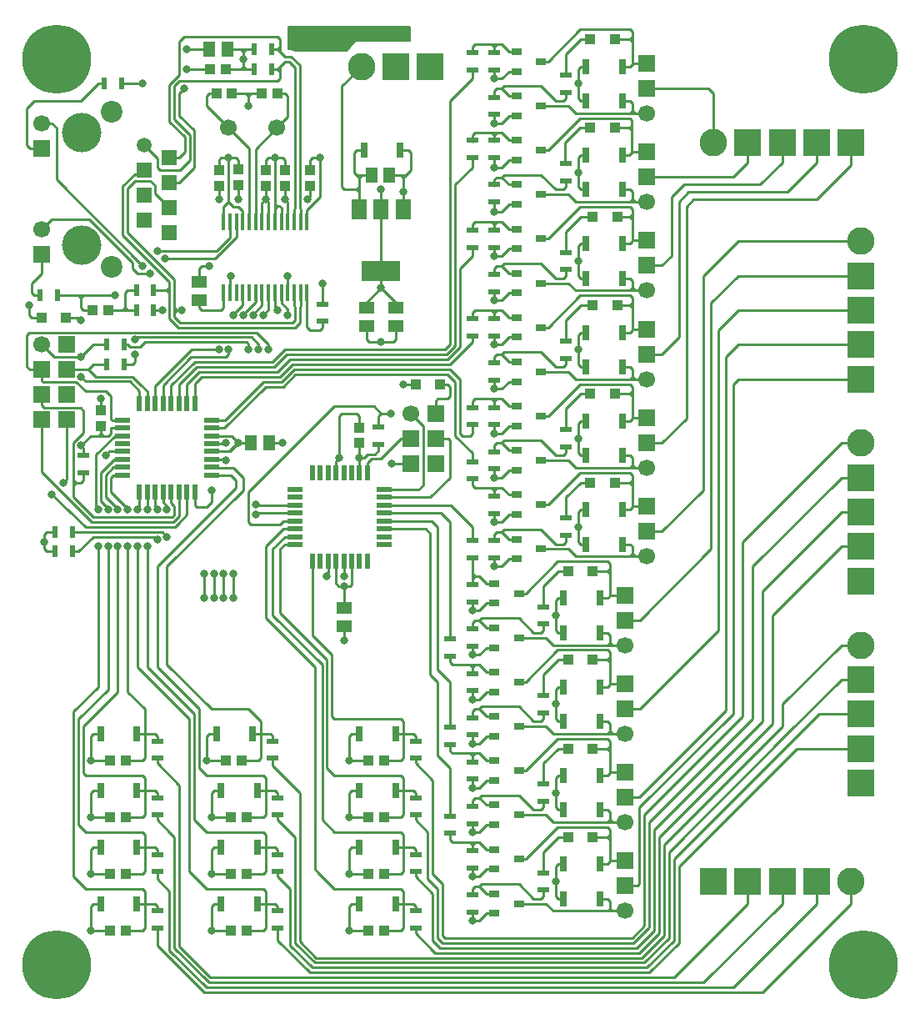
<source format=gbr>
G04 #@! TF.GenerationSoftware,KiCad,Pcbnew,(5.1.12)-1*
G04 #@! TF.CreationDate,2021-12-13T00:14:42+03:00*
G04 #@! TF.ProjectId,OCP-2,4f43502d-322e-46b6-9963-61645f706362,rev?*
G04 #@! TF.SameCoordinates,Original*
G04 #@! TF.FileFunction,Copper,L1,Top*
G04 #@! TF.FilePolarity,Positive*
%FSLAX46Y46*%
G04 Gerber Fmt 4.6, Leading zero omitted, Abs format (unit mm)*
G04 Created by KiCad (PCBNEW (5.1.12)-1) date 2021-12-13 00:14:42*
%MOMM*%
%LPD*%
G01*
G04 APERTURE LIST*
G04 #@! TA.AperFunction,SMDPad,CuDef*
%ADD10R,0.800000X1.500000*%
G04 #@! TD*
G04 #@! TA.AperFunction,SMDPad,CuDef*
%ADD11R,1.000000X1.000000*%
G04 #@! TD*
G04 #@! TA.AperFunction,SMDPad,CuDef*
%ADD12R,1.500000X1.200000*%
G04 #@! TD*
G04 #@! TA.AperFunction,SMDPad,CuDef*
%ADD13R,1.250000X0.500000*%
G04 #@! TD*
G04 #@! TA.AperFunction,SMDPad,CuDef*
%ADD14R,1.050000X1.100000*%
G04 #@! TD*
G04 #@! TA.AperFunction,SMDPad,CuDef*
%ADD15R,1.500000X0.550000*%
G04 #@! TD*
G04 #@! TA.AperFunction,SMDPad,CuDef*
%ADD16R,0.550000X1.500000*%
G04 #@! TD*
G04 #@! TA.AperFunction,SMDPad,CuDef*
%ADD17R,0.500000X1.250000*%
G04 #@! TD*
G04 #@! TA.AperFunction,ComponentPad*
%ADD18R,1.700000X1.700000*%
G04 #@! TD*
G04 #@! TA.AperFunction,ComponentPad*
%ADD19C,1.700000*%
G04 #@! TD*
G04 #@! TA.AperFunction,SMDPad,CuDef*
%ADD20R,1.200000X1.500000*%
G04 #@! TD*
G04 #@! TA.AperFunction,SMDPad,CuDef*
%ADD21R,1.500000X2.000000*%
G04 #@! TD*
G04 #@! TA.AperFunction,SMDPad,CuDef*
%ADD22R,4.000000X2.000000*%
G04 #@! TD*
G04 #@! TA.AperFunction,ComponentPad*
%ADD23R,2.800000X2.800000*%
G04 #@! TD*
G04 #@! TA.AperFunction,ComponentPad*
%ADD24C,2.800000*%
G04 #@! TD*
G04 #@! TA.AperFunction,SMDPad,CuDef*
%ADD25R,0.450000X1.750000*%
G04 #@! TD*
G04 #@! TA.AperFunction,ComponentPad*
%ADD26C,7.000000*%
G04 #@! TD*
G04 #@! TA.AperFunction,SMDPad,CuDef*
%ADD27R,1.100000X1.050000*%
G04 #@! TD*
G04 #@! TA.AperFunction,ComponentPad*
%ADD28C,2.200000*%
G04 #@! TD*
G04 #@! TA.AperFunction,ComponentPad*
%ADD29C,4.000000*%
G04 #@! TD*
G04 #@! TA.AperFunction,ComponentPad*
%ADD30R,1.500000X1.500000*%
G04 #@! TD*
G04 #@! TA.AperFunction,ComponentPad*
%ADD31C,1.500000*%
G04 #@! TD*
G04 #@! TA.AperFunction,SMDPad,CuDef*
%ADD32R,1.000000X0.800000*%
G04 #@! TD*
G04 #@! TA.AperFunction,ViaPad*
%ADD33C,0.800000*%
G04 #@! TD*
G04 #@! TA.AperFunction,Conductor*
%ADD34C,0.250000*%
G04 #@! TD*
G04 #@! TA.AperFunction,Conductor*
%ADD35C,0.200000*%
G04 #@! TD*
G04 #@! TA.AperFunction,Conductor*
%ADD36C,0.100000*%
G04 #@! TD*
G04 APERTURE END LIST*
D10*
X85250000Y-63250000D03*
X88950000Y-63250000D03*
D11*
X93000001Y-87000000D03*
X90500001Y-87000000D03*
X55000000Y-80250000D03*
X52500000Y-80250000D03*
X106000000Y-133000000D03*
X108500000Y-133000000D03*
X106000000Y-124000000D03*
X108500000Y-124000000D03*
X106000000Y-115000000D03*
X108500000Y-115000000D03*
X106000000Y-106000000D03*
X108500000Y-106000000D03*
X108250000Y-97000000D03*
X110750000Y-97000000D03*
X108250000Y-88000000D03*
X110750000Y-88000000D03*
X108500000Y-79000000D03*
X111000000Y-79000000D03*
X108500000Y-70000000D03*
X111000000Y-70000000D03*
X108249999Y-61000000D03*
X110749999Y-61000000D03*
X108250000Y-52000000D03*
X110750000Y-52000000D03*
D12*
X85500000Y-79250000D03*
X85500000Y-81100000D03*
D13*
X56750000Y-96000000D03*
X56750000Y-94250000D03*
D14*
X84750000Y-93000000D03*
X84750000Y-91400000D03*
D15*
X78250000Y-103300000D03*
X78250000Y-102500000D03*
X78250000Y-101700000D03*
X78250000Y-100900000D03*
X78250000Y-100100000D03*
X78250000Y-99300000D03*
X78250000Y-98500000D03*
X78250000Y-97700000D03*
D16*
X80000000Y-96000000D03*
X80800000Y-96000000D03*
X81600000Y-96000000D03*
X82400000Y-96000000D03*
X83200000Y-96000000D03*
X84000000Y-96000000D03*
X84800000Y-96000000D03*
X85600000Y-96000000D03*
D15*
X87300000Y-97700000D03*
X87300000Y-98500000D03*
X87300000Y-99300000D03*
X87300000Y-100100000D03*
X87300000Y-100900000D03*
X87300000Y-101700000D03*
X87300000Y-102500000D03*
X87300000Y-103300000D03*
D16*
X85600000Y-105000000D03*
X84800000Y-105000000D03*
X84000000Y-105000000D03*
X83200000Y-105000000D03*
X82400000Y-105000000D03*
X81600000Y-105000000D03*
X80800000Y-105000000D03*
X80000000Y-105000000D03*
D17*
X55625000Y-104000000D03*
X53875000Y-104000000D03*
D14*
X58500000Y-91250000D03*
X58500000Y-89650000D03*
D17*
X55625000Y-102000000D03*
X53875000Y-102000000D03*
D18*
X92540000Y-95080000D03*
X92540000Y-92540000D03*
X92540000Y-90000000D03*
X90000000Y-95080000D03*
X90000000Y-92540000D03*
D19*
X90000000Y-90000000D03*
D20*
X73750000Y-93000000D03*
X75600000Y-93000000D03*
D13*
X86750000Y-91375000D03*
X86750000Y-93125000D03*
D12*
X83250000Y-109750000D03*
X83250000Y-111600000D03*
D18*
X52500000Y-90620000D03*
X55040000Y-90620000D03*
X55040000Y-88080000D03*
X55040000Y-85540000D03*
X55040000Y-83000000D03*
X52500000Y-88080000D03*
X52500000Y-85540000D03*
D19*
X52500000Y-83000000D03*
D12*
X88500000Y-79250000D03*
X88500000Y-81100000D03*
D21*
X84750000Y-69250000D03*
X89250000Y-69250000D03*
X87000000Y-69250000D03*
D22*
X87000000Y-75500000D03*
D20*
X86000000Y-65750000D03*
X87850000Y-65750000D03*
D16*
X68050000Y-98000000D03*
X67250000Y-98000000D03*
X66450000Y-98000000D03*
X65650000Y-98000000D03*
X64850000Y-98000000D03*
X64050000Y-98000000D03*
X63250000Y-98000000D03*
X62450000Y-98000000D03*
D15*
X60750000Y-96250000D03*
X60750000Y-95450000D03*
X60750000Y-94650000D03*
X60750000Y-93850000D03*
X60750000Y-93050000D03*
X60750000Y-92250000D03*
X60750000Y-91450000D03*
X60750000Y-90650000D03*
D16*
X62450000Y-88950000D03*
X63250000Y-88950000D03*
X64050000Y-88950000D03*
X64850000Y-88950000D03*
X65650000Y-88950000D03*
X66450000Y-88950000D03*
X67250000Y-88950000D03*
X68050000Y-88950000D03*
D15*
X69750000Y-90650000D03*
X69750000Y-91450000D03*
X69750000Y-92250000D03*
X69750000Y-93050000D03*
X69750000Y-93850000D03*
X69750000Y-94650000D03*
X69750000Y-95450000D03*
X69750000Y-96250000D03*
D17*
X59125000Y-85000000D03*
X60875000Y-85000000D03*
X54125000Y-78000000D03*
X52375000Y-78000000D03*
X60625000Y-56500000D03*
X58875000Y-56500000D03*
X59125000Y-83000000D03*
X60875000Y-83000000D03*
D23*
X92000000Y-54750000D03*
X88500000Y-54750000D03*
D24*
X85000000Y-54750000D03*
D23*
X135750000Y-127500000D03*
X135750000Y-124000000D03*
X135750000Y-120500000D03*
X135750000Y-117000000D03*
D24*
X135750000Y-113500000D03*
D23*
X135750000Y-107000000D03*
X135750000Y-103500000D03*
X135750000Y-100000000D03*
X135750000Y-96500000D03*
D24*
X135750000Y-93000000D03*
D23*
X120750000Y-137500000D03*
X124250000Y-137500000D03*
X127750000Y-137500000D03*
X131250000Y-137500000D03*
D24*
X134750000Y-137500000D03*
D23*
X135750000Y-86500000D03*
X135750000Y-83000000D03*
X135750000Y-79500000D03*
X135750000Y-76000000D03*
D24*
X135750000Y-72500000D03*
D23*
X134750000Y-62500000D03*
X131250000Y-62500000D03*
X127750000Y-62500000D03*
X124250000Y-62500000D03*
D24*
X120750000Y-62500000D03*
D18*
X111750000Y-135420000D03*
X111750000Y-137960000D03*
D19*
X111750000Y-140500000D03*
D18*
X111750000Y-126420000D03*
X111750000Y-128960000D03*
D19*
X111750000Y-131500000D03*
D18*
X111750000Y-117420000D03*
X111750000Y-119960000D03*
D19*
X111750000Y-122500000D03*
D18*
X111750000Y-108420000D03*
X111750000Y-110960000D03*
D19*
X111750000Y-113500000D03*
D18*
X114000000Y-99420000D03*
X114000000Y-101960000D03*
D19*
X114000000Y-104500000D03*
D18*
X114000000Y-90420000D03*
X114000000Y-92960000D03*
D19*
X114000000Y-95500000D03*
D18*
X114000000Y-81420000D03*
X114000000Y-83960000D03*
D19*
X114000000Y-86500000D03*
D18*
X114000000Y-72420000D03*
X114000000Y-74960000D03*
D19*
X114000000Y-77500000D03*
D18*
X114000000Y-63420000D03*
X114000000Y-65960000D03*
D19*
X114000000Y-68500000D03*
D18*
X114000000Y-54420000D03*
X114000000Y-56960000D03*
D19*
X114000000Y-59500000D03*
D25*
X79450000Y-70550000D03*
X79450000Y-77750000D03*
X78800000Y-70550000D03*
X78800000Y-77750000D03*
X78150000Y-70550000D03*
X78150000Y-77750000D03*
X77500000Y-70550000D03*
X77500000Y-77750000D03*
X76850000Y-70550000D03*
X76850000Y-77750000D03*
X76200000Y-70550000D03*
X76200000Y-77750000D03*
X75550000Y-70550000D03*
X75550000Y-77750000D03*
X74900000Y-70550000D03*
X74900000Y-77750000D03*
X74250000Y-70550000D03*
X74250000Y-77750000D03*
X73600000Y-70550000D03*
X73600000Y-77750000D03*
X72950000Y-70550000D03*
X72950000Y-77750000D03*
X72300000Y-70550000D03*
X72300000Y-77750000D03*
X71650000Y-70550000D03*
X71650000Y-77750000D03*
X71000000Y-70550000D03*
X71000000Y-77750000D03*
D26*
X136000000Y-146000000D03*
X136000000Y-54000000D03*
D13*
X81000000Y-78875000D03*
X81000000Y-80625000D03*
D17*
X62125000Y-79500001D03*
X63875000Y-79500001D03*
X63875000Y-77500000D03*
X62125000Y-77500000D03*
X74125000Y-53000000D03*
X75875000Y-53000000D03*
X75875000Y-55000000D03*
X74125000Y-55000000D03*
D20*
X69500000Y-53000000D03*
X71350000Y-53000000D03*
D27*
X59250001Y-79500000D03*
X57650001Y-79500000D03*
X71250000Y-55000000D03*
X69650000Y-55000000D03*
D19*
X71500000Y-61000000D03*
X76400000Y-61000000D03*
D27*
X76500000Y-57500000D03*
X74900000Y-57500000D03*
X70250000Y-57500000D03*
X71850000Y-57500000D03*
D19*
X52500000Y-60565600D03*
D18*
X52500000Y-73824400D03*
D19*
X52500000Y-71284400D03*
D18*
X52500000Y-63105600D03*
D28*
X59612000Y-75069000D03*
X59612000Y-59321000D03*
D29*
X56564000Y-72910000D03*
X56564000Y-61480000D03*
D30*
X65454000Y-71640000D03*
X62914000Y-70370000D03*
X65454000Y-69100000D03*
X62914000Y-67830000D03*
X65454000Y-66560000D03*
X62914000Y-65290000D03*
X65454000Y-64020000D03*
D31*
X62914000Y-62750000D03*
D26*
X54000000Y-146000000D03*
X54000000Y-54000000D03*
D10*
X73950000Y-122500000D03*
X70250000Y-122500000D03*
X88450000Y-139750000D03*
X84750000Y-139750000D03*
X88450000Y-134000000D03*
X84750000Y-134000000D03*
X88450000Y-128250000D03*
X84750000Y-128250000D03*
X88450000Y-122500000D03*
X84750000Y-122500000D03*
X62200000Y-139750000D03*
X58500000Y-139750000D03*
X62200000Y-134000000D03*
X58500000Y-134000000D03*
X62200000Y-128250000D03*
X58500000Y-128250000D03*
X62200000Y-122500000D03*
X58500000Y-122500000D03*
X74450000Y-139750000D03*
X70750000Y-139750000D03*
X74450000Y-134000000D03*
X70750000Y-134000000D03*
X74450000Y-128250000D03*
X70750000Y-128250000D03*
D13*
X76000000Y-124999999D03*
X76000000Y-123249999D03*
X90500000Y-142249999D03*
X90500000Y-140499999D03*
X90500000Y-136499999D03*
X90500000Y-134749999D03*
X90500000Y-130749999D03*
X90500000Y-128999999D03*
X90500000Y-124999999D03*
X90500000Y-123249999D03*
X64250000Y-142249999D03*
X64250000Y-140499999D03*
X64250000Y-136499999D03*
X64250000Y-134749999D03*
X64250000Y-130749999D03*
X64250000Y-128999999D03*
X64250000Y-124999999D03*
X64250000Y-123249999D03*
X76500000Y-142249999D03*
X76500000Y-140499999D03*
X76500000Y-136499999D03*
X76500000Y-134749999D03*
X76500000Y-130749999D03*
X76500000Y-128999999D03*
D27*
X71200000Y-125250000D03*
X72800000Y-125250000D03*
X85700000Y-142500000D03*
X87300000Y-142500000D03*
X85700000Y-136750000D03*
X87300000Y-136750000D03*
X85700000Y-131000000D03*
X87300000Y-131000000D03*
X85700000Y-125250000D03*
X87300000Y-125250000D03*
X59450000Y-142500000D03*
X61050000Y-142500000D03*
X59450000Y-136750000D03*
X61050000Y-136750000D03*
X59450000Y-131000000D03*
X61050000Y-131000000D03*
X59450000Y-125250000D03*
X61050000Y-125250000D03*
X71700000Y-142500000D03*
X73300000Y-142500000D03*
X71700000Y-136750000D03*
X73300000Y-136750000D03*
X71750000Y-131000000D03*
X73350000Y-131000000D03*
D32*
X101000000Y-135250000D03*
X98500000Y-136250000D03*
X98500000Y-134250000D03*
X101000000Y-126250000D03*
X98500000Y-127250000D03*
X98500000Y-125250000D03*
X101000000Y-117250000D03*
X98500000Y-118250000D03*
X98500000Y-116250000D03*
X101000000Y-108250000D03*
X98500000Y-109250000D03*
X98500000Y-107250000D03*
X103250000Y-99250000D03*
X100750000Y-100250000D03*
X100750000Y-98250000D03*
X101000000Y-139750000D03*
X98500000Y-140750000D03*
X98500000Y-138750000D03*
X101000000Y-130750000D03*
X98500000Y-131750000D03*
X98500000Y-129750000D03*
X101000000Y-121750000D03*
X98500000Y-122750000D03*
X98500000Y-120750000D03*
X101000000Y-112750000D03*
X98500000Y-113750000D03*
X98500000Y-111750000D03*
X103250000Y-103750000D03*
X100750000Y-104750000D03*
X100750000Y-102750000D03*
X103250000Y-90250000D03*
X100750000Y-91250000D03*
X100750000Y-89250000D03*
X103250000Y-81250000D03*
X100750000Y-82250000D03*
X100750000Y-80250000D03*
X103250000Y-72250000D03*
X100750000Y-73250000D03*
X100750000Y-71250000D03*
X103250000Y-63250000D03*
X100750000Y-64250000D03*
X100750000Y-62250000D03*
X103250000Y-54250000D03*
X100750000Y-55250000D03*
X100750000Y-53250000D03*
X103250000Y-94750000D03*
X100750000Y-95750000D03*
X100750000Y-93750000D03*
X103250000Y-85750000D03*
X100750000Y-86750000D03*
X100750000Y-84750000D03*
X103250000Y-76750000D03*
X100750000Y-77750000D03*
X100750000Y-75750000D03*
X103250000Y-67750000D03*
X100750000Y-68750000D03*
X100750000Y-66750000D03*
X103250000Y-58750000D03*
X100750000Y-59750000D03*
X100750000Y-57750000D03*
D10*
X109250000Y-139250000D03*
X105550000Y-139250000D03*
X109250000Y-130250000D03*
X105550000Y-130250000D03*
X109250000Y-121250000D03*
X105550000Y-121250000D03*
X109250000Y-112250000D03*
X105550000Y-112250000D03*
X111500000Y-103250000D03*
X107800000Y-103250000D03*
X109250000Y-135750000D03*
X105550000Y-135750000D03*
X109250000Y-126750000D03*
X105550000Y-126750000D03*
X109250000Y-117750000D03*
X105550000Y-117750000D03*
X109250000Y-108750000D03*
X105550000Y-108750000D03*
X111500000Y-99750000D03*
X107800000Y-99750000D03*
X111500000Y-94250000D03*
X107800000Y-94250000D03*
X111500000Y-85250000D03*
X107800000Y-85250000D03*
X111500000Y-76250000D03*
X107800000Y-76250000D03*
X111500000Y-67250000D03*
X107800000Y-67250000D03*
X111500000Y-58250000D03*
X107800000Y-58250000D03*
X111500000Y-90750000D03*
X107800000Y-90750000D03*
X111500000Y-81750000D03*
X107800000Y-81750000D03*
X111500000Y-72750000D03*
X107800000Y-72750000D03*
X111500000Y-63750000D03*
X107800000Y-63750000D03*
X111500000Y-54750000D03*
X107800000Y-54750000D03*
D13*
X103500000Y-138375000D03*
X103500000Y-136625000D03*
X103500000Y-129375000D03*
X103500000Y-127625000D03*
X103500000Y-120375000D03*
X103500000Y-118625000D03*
X103500000Y-111375000D03*
X103500000Y-109625000D03*
X105750000Y-102375000D03*
X105750000Y-100625000D03*
X96250000Y-136125000D03*
X96250000Y-134375000D03*
X96250000Y-127125000D03*
X96250000Y-125375000D03*
X96250000Y-118125000D03*
X96250000Y-116375000D03*
X96250000Y-109125000D03*
X96250000Y-107375000D03*
X98500000Y-100125000D03*
X98500000Y-98375000D03*
X94000000Y-132625000D03*
X94000000Y-130875000D03*
X96250000Y-138875000D03*
X96250000Y-140625000D03*
X94000000Y-123625000D03*
X94000000Y-121875000D03*
X96250000Y-129875000D03*
X96250000Y-131625000D03*
X94000000Y-114625000D03*
X94000000Y-112875000D03*
X96250000Y-120875000D03*
X96250000Y-122625000D03*
X96250000Y-104625000D03*
X96250000Y-102875000D03*
X96250000Y-111875000D03*
X96250000Y-113625000D03*
X96250000Y-96625000D03*
X96250000Y-94875000D03*
X98500000Y-102875000D03*
X98500000Y-104625000D03*
X105750000Y-93375000D03*
X105750000Y-91625000D03*
X105750000Y-84375000D03*
X105750000Y-82625000D03*
X105750000Y-75375000D03*
X105750000Y-73625000D03*
X105750000Y-66375000D03*
X105750000Y-64625000D03*
X105750000Y-57375000D03*
X105750000Y-55625000D03*
X98500000Y-91125000D03*
X98500000Y-89375000D03*
X98500000Y-82125000D03*
X98500000Y-80375000D03*
X98500000Y-73125000D03*
X98500000Y-71375000D03*
X98500000Y-64000000D03*
X98500000Y-62250000D03*
X98500000Y-55125000D03*
X98500000Y-53375000D03*
X96250000Y-89375000D03*
X96250000Y-91125000D03*
X98500000Y-93875000D03*
X98500000Y-95625000D03*
X96250000Y-80375000D03*
X96250000Y-82125000D03*
X98500000Y-84875000D03*
X98500000Y-86625000D03*
X96250000Y-71375000D03*
X96250000Y-73125000D03*
X98500000Y-75875000D03*
X98500000Y-77625000D03*
X96250000Y-62250000D03*
X96250000Y-64000000D03*
X98500000Y-66750000D03*
X98500000Y-68500000D03*
X96250000Y-53375000D03*
X96250000Y-55125000D03*
X98500000Y-57875000D03*
X98500000Y-59625000D03*
D14*
X72500000Y-65200000D03*
X72500000Y-66800000D03*
X75250000Y-65250000D03*
X75250000Y-66850000D03*
X79750000Y-65250000D03*
X79750000Y-66850000D03*
X77250000Y-65250000D03*
X77250000Y-66850000D03*
X70500000Y-65250000D03*
X70500000Y-66850000D03*
D12*
X68500000Y-76650000D03*
X68500000Y-78500000D03*
D33*
X74500000Y-83500000D03*
X62000000Y-84000000D03*
X62000000Y-82500000D03*
X74000000Y-80000000D03*
X73500000Y-83500000D03*
X73000000Y-80000000D03*
X83750000Y-142500000D03*
X69750000Y-142500000D03*
X57500000Y-125250000D03*
X57500000Y-131000000D03*
X57500000Y-136750000D03*
X57500000Y-142500000D03*
X83750000Y-125250000D03*
X83750000Y-131000000D03*
X83750000Y-136750000D03*
X69750000Y-136750000D03*
X107000000Y-74500000D03*
X98500000Y-74000000D03*
X98500000Y-83000000D03*
X107000000Y-83500000D03*
X98500000Y-92000000D03*
X107000000Y-92500000D03*
X98500000Y-101000000D03*
X107000000Y-101500000D03*
X96250000Y-110000000D03*
X104750000Y-110500000D03*
X96250000Y-119000000D03*
X104750000Y-119500000D03*
X96250000Y-128000000D03*
X104750000Y-128500000D03*
X96250000Y-137000000D03*
X104750000Y-137500000D03*
X107000000Y-65500000D03*
X98500000Y-65000000D03*
X98500000Y-56000000D03*
X107000000Y-56500000D03*
X69750000Y-131000000D03*
X67250000Y-55000000D03*
X77250000Y-68250000D03*
X75250000Y-68250000D03*
X70500000Y-68250000D03*
X72500000Y-68250000D03*
X73500000Y-58750000D03*
X81000000Y-76750000D03*
X69500000Y-75000000D03*
X79487347Y-68237347D03*
X77500000Y-76000000D03*
X71750000Y-76000000D03*
X69250000Y-125250000D03*
X89250000Y-67500000D03*
X60000000Y-78000000D03*
X62750000Y-56500000D03*
X87000000Y-82750000D03*
X71250000Y-93000000D03*
X71250000Y-94750000D03*
X77000000Y-93000000D03*
X58500000Y-88500000D03*
X59000000Y-94250000D03*
X87500000Y-51750000D03*
X88500000Y-51750000D03*
X80000000Y-52750000D03*
X79000000Y-52750000D03*
X89500000Y-51750000D03*
X78000000Y-52750000D03*
X83250000Y-106500000D03*
X81500000Y-106500000D03*
X83250000Y-113000000D03*
X82750000Y-94500000D03*
X72000000Y-106250000D03*
X71000000Y-106250000D03*
X70000000Y-106250000D03*
X69000000Y-106250000D03*
X69000000Y-108750000D03*
X70000000Y-108750000D03*
X71000000Y-108750000D03*
X72000000Y-108750000D03*
X67250000Y-53000000D03*
X71500000Y-64000000D03*
X76250000Y-64000000D03*
X80750000Y-64000000D03*
X72481750Y-92981750D03*
X52750000Y-103000000D03*
X87000000Y-67250000D03*
X56500000Y-93250000D03*
X84750000Y-94500000D03*
X87000000Y-77250000D03*
X83250000Y-107500000D03*
X88080000Y-95080000D03*
X88000000Y-90000000D03*
X61250000Y-99750000D03*
X61250000Y-103500000D03*
X60250000Y-99750000D03*
X60250000Y-103500000D03*
X59249997Y-99750000D03*
X59249997Y-103499997D03*
X58249994Y-99750000D03*
X58249994Y-103499994D03*
X62250000Y-99750000D03*
X62250000Y-103500000D03*
X63250000Y-99750000D03*
X63250000Y-103500000D03*
X54750000Y-97000000D03*
X53500000Y-98250000D03*
X67000000Y-57000000D03*
X73000000Y-54000000D03*
X66750000Y-79500000D03*
X64750000Y-79500000D03*
X72000000Y-80000000D03*
X69750000Y-97750000D03*
X65250000Y-102500000D03*
X65250006Y-99750000D03*
X74250000Y-100250000D03*
X64250000Y-102750000D03*
X64250003Y-99750000D03*
X74250000Y-99250000D03*
X75500000Y-83500000D03*
X75000000Y-80000000D03*
X56512653Y-86237347D03*
X56500000Y-84250000D03*
X70500000Y-83500000D03*
X76500000Y-79500000D03*
X64250000Y-73500000D03*
X62750000Y-75000000D03*
X65000000Y-74250000D03*
X63500000Y-75750000D03*
X71500000Y-83500000D03*
X77500000Y-80000000D03*
X98500000Y-78500000D03*
X98500000Y-87500000D03*
X98500000Y-96500000D03*
X98500000Y-105500000D03*
X96250000Y-114500000D03*
X96250000Y-123500000D03*
X96250000Y-132500000D03*
X96250000Y-141500000D03*
X98500000Y-60500000D03*
X98500000Y-69500000D03*
X89250000Y-87000000D03*
X51250000Y-79000000D03*
X56500000Y-80500000D03*
D34*
X61750000Y-85000000D02*
X60875000Y-85000000D01*
X62000000Y-84750000D02*
X61750000Y-85000000D01*
X62000000Y-84000000D02*
X62000000Y-84750000D01*
X74000000Y-79926998D02*
X74000000Y-80000000D01*
X74900000Y-79026998D02*
X74000000Y-79926998D01*
X74900000Y-77750000D02*
X74900000Y-79026998D01*
X62250000Y-82250000D02*
X62000000Y-82500000D01*
X73815685Y-82250000D02*
X62250000Y-82250000D01*
X74500000Y-82934315D02*
X73815685Y-82250000D01*
X74500000Y-83500000D02*
X74500000Y-82934315D01*
X61250000Y-83000000D02*
X60875000Y-83000000D01*
X61500000Y-83250000D02*
X61250000Y-83000000D01*
X62500000Y-83250000D02*
X61500000Y-83250000D01*
X63000000Y-82750000D02*
X62500000Y-83250000D01*
X73500000Y-82934315D02*
X73315685Y-82750000D01*
X73500000Y-83500000D02*
X73500000Y-82934315D01*
X73000000Y-79926998D02*
X73000000Y-80000000D01*
X74250000Y-78676998D02*
X73000000Y-79926998D01*
X74250000Y-77750000D02*
X74250000Y-78676998D01*
X73315685Y-82750000D02*
X63000000Y-82750000D01*
X83750000Y-140000000D02*
X83750000Y-142500000D01*
X84000000Y-139750000D02*
X83750000Y-140000000D01*
X83750000Y-142500000D02*
X85750000Y-142500000D01*
X84750000Y-139750000D02*
X84000000Y-139750000D01*
X83750000Y-142500000D02*
X83750000Y-142500000D01*
X69250000Y-122750000D02*
X69250000Y-125250000D01*
X69500000Y-122500000D02*
X69250000Y-122750000D01*
X69250000Y-125250000D02*
X71250000Y-125250000D01*
X70250000Y-122500000D02*
X69500000Y-122500000D01*
X69250000Y-125250000D02*
X69250000Y-125250000D01*
X69750000Y-140000000D02*
X69750000Y-142500000D01*
X69750000Y-142500000D02*
X69750000Y-142500000D01*
X70000000Y-139750000D02*
X69750000Y-140000000D01*
X69750000Y-142500000D02*
X71750001Y-142500000D01*
X70750000Y-139750000D02*
X70000000Y-139750000D01*
X58500000Y-122500000D02*
X57750000Y-122500000D01*
X57500000Y-125250000D02*
X57500000Y-125250000D01*
X57500000Y-125250000D02*
X59500001Y-125250000D01*
X57500000Y-122750000D02*
X57500000Y-125250000D01*
X57750000Y-122500000D02*
X57500000Y-122750000D01*
X58500000Y-128250000D02*
X57750000Y-128250000D01*
X57500000Y-131000000D02*
X57500000Y-131000000D01*
X57500000Y-131000000D02*
X59500001Y-131000000D01*
X57500000Y-128500000D02*
X57500000Y-131000000D01*
X57750000Y-128250000D02*
X57500000Y-128500000D01*
X58500000Y-134000000D02*
X57750000Y-134000000D01*
X57500000Y-136750000D02*
X57500000Y-136750000D01*
X57500000Y-136750000D02*
X59500001Y-136750000D01*
X57500000Y-134250000D02*
X57500000Y-136750000D01*
X57750000Y-134000000D02*
X57500000Y-134250000D01*
X58500000Y-139750000D02*
X57750000Y-139750000D01*
X57500000Y-142500000D02*
X57500000Y-142500000D01*
X57500000Y-142500000D02*
X59500000Y-142500000D01*
X57500000Y-140000000D02*
X57500000Y-142500000D01*
X57750000Y-139750000D02*
X57500000Y-140000000D01*
X84750000Y-122500000D02*
X84000000Y-122500000D01*
X83750000Y-125250000D02*
X83750000Y-125250000D01*
X83750000Y-125250000D02*
X85750000Y-125250000D01*
X83750000Y-122750000D02*
X83750000Y-125250000D01*
X84000000Y-122500000D02*
X83750000Y-122750000D01*
X84750000Y-128250000D02*
X84000000Y-128250000D01*
X83750000Y-131000000D02*
X83750000Y-131000000D01*
X83750000Y-131000000D02*
X85750000Y-131000000D01*
X83750000Y-128500000D02*
X83750000Y-131000000D01*
X84000000Y-128250000D02*
X83750000Y-128500000D01*
X84750000Y-134000000D02*
X84000000Y-134000000D01*
X83750000Y-136750000D02*
X83750000Y-136750000D01*
X83750000Y-136750000D02*
X85750000Y-136750000D01*
X83750000Y-134250000D02*
X83750000Y-136750000D01*
X84000000Y-134000000D02*
X83750000Y-134250000D01*
X69750000Y-136750000D02*
X71750001Y-136750000D01*
X69750000Y-136750000D02*
X69750000Y-136750000D01*
X70000000Y-134000000D02*
X69750000Y-134250000D01*
X69750000Y-134250000D02*
X69750000Y-136750000D01*
X70750000Y-134000000D02*
X70000000Y-134000000D01*
X107000000Y-73000000D02*
X107000000Y-74500000D01*
X107000000Y-76000000D02*
X107250000Y-76250000D01*
X107250000Y-76250000D02*
X107780330Y-76250000D01*
X98500000Y-74000000D02*
X98500000Y-74000000D01*
X98500000Y-73125000D02*
X98500000Y-74000000D01*
X100750000Y-73250000D02*
X100000000Y-73250000D01*
X98500000Y-74000000D02*
X99250000Y-74000000D01*
X107780330Y-72750000D02*
X107250000Y-72750000D01*
X107250000Y-72750000D02*
X107000000Y-73000000D01*
X107000000Y-74500000D02*
X107000000Y-76000000D01*
X99250000Y-74000000D02*
X100000000Y-73250000D01*
X107780330Y-81750000D02*
X107250000Y-81750000D01*
X98500000Y-82125000D02*
X98500000Y-83000000D01*
X107250000Y-81750000D02*
X107000000Y-82000000D01*
X107000000Y-82000000D02*
X107000000Y-83500000D01*
X107250000Y-85250000D02*
X107780330Y-85250000D01*
X100750000Y-82250000D02*
X100000000Y-82250000D01*
X107000000Y-83500000D02*
X107000000Y-85000000D01*
X107000000Y-85000000D02*
X107250000Y-85250000D01*
X98500000Y-83000000D02*
X98500000Y-83000000D01*
X98500000Y-83000000D02*
X99250000Y-83000000D01*
X99250000Y-83000000D02*
X100000000Y-82250000D01*
X107780330Y-90750000D02*
X107250000Y-90750000D01*
X98500000Y-91125000D02*
X98500000Y-92000000D01*
X107250000Y-90750000D02*
X107000000Y-91000000D01*
X107000000Y-91000000D02*
X107000000Y-92500000D01*
X107250000Y-94250000D02*
X107780330Y-94250000D01*
X100750000Y-91250000D02*
X100000000Y-91250000D01*
X107000000Y-92500000D02*
X107000000Y-94000000D01*
X107000000Y-94000000D02*
X107250000Y-94250000D01*
X98500000Y-92000000D02*
X98500000Y-92000000D01*
X98500000Y-92000000D02*
X99250000Y-92000000D01*
X99250000Y-92000000D02*
X100000000Y-91250000D01*
X107780330Y-99750000D02*
X107250000Y-99750000D01*
X98500000Y-100125000D02*
X98500000Y-101000000D01*
X107250000Y-99750000D02*
X107000000Y-100000000D01*
X107000000Y-100000000D02*
X107000000Y-101500000D01*
X107250000Y-103250000D02*
X107780330Y-103250000D01*
X100750000Y-100250000D02*
X100000000Y-100250000D01*
X107000000Y-101500000D02*
X107000000Y-103000000D01*
X107000000Y-103000000D02*
X107250000Y-103250000D01*
X98500000Y-101000000D02*
X98500000Y-101000000D01*
X98500000Y-101000000D02*
X99250000Y-101000000D01*
X99250000Y-101000000D02*
X100000000Y-100250000D01*
X105530330Y-108750000D02*
X105000000Y-108750000D01*
X96250000Y-109125000D02*
X96250000Y-110000000D01*
X105000000Y-108750000D02*
X104750000Y-109000000D01*
X104750000Y-109000000D02*
X104750000Y-110500000D01*
X105000000Y-112250000D02*
X105530330Y-112250000D01*
X98500000Y-109250000D02*
X97750000Y-109250000D01*
X104750000Y-110500000D02*
X104750000Y-112000000D01*
X104750000Y-112000000D02*
X105000000Y-112250000D01*
X96250000Y-110000000D02*
X96250000Y-110000000D01*
X96250000Y-110000000D02*
X97000000Y-110000000D01*
X97000000Y-110000000D02*
X97750000Y-109250000D01*
X105530330Y-117750000D02*
X105000000Y-117750000D01*
X96250000Y-118125000D02*
X96250000Y-119000000D01*
X105000000Y-117750000D02*
X104750000Y-118000000D01*
X104750000Y-118000000D02*
X104750000Y-119500000D01*
X105000000Y-121250000D02*
X105530330Y-121250000D01*
X98500000Y-118250000D02*
X97750000Y-118250000D01*
X104750000Y-119500000D02*
X104750000Y-121000000D01*
X104750000Y-121000000D02*
X105000000Y-121250000D01*
X96250000Y-119000000D02*
X96250000Y-119000000D01*
X96250000Y-119000000D02*
X97000000Y-119000000D01*
X97000000Y-119000000D02*
X97750000Y-118250000D01*
X105530330Y-126750000D02*
X105000000Y-126750000D01*
X96250000Y-127125000D02*
X96250000Y-128000000D01*
X105000000Y-126750000D02*
X104750000Y-127000000D01*
X104750000Y-127000000D02*
X104750000Y-128500000D01*
X105000000Y-130250000D02*
X105530330Y-130250000D01*
X98500000Y-127250000D02*
X97750000Y-127250000D01*
X104750000Y-128500000D02*
X104750000Y-130000000D01*
X104750000Y-130000000D02*
X105000000Y-130250000D01*
X96250000Y-128000000D02*
X96250000Y-128000000D01*
X96250000Y-128000000D02*
X97000000Y-128000000D01*
X97000000Y-128000000D02*
X97750000Y-127250000D01*
X105530330Y-135750000D02*
X105000000Y-135750000D01*
X96250000Y-136125000D02*
X96250000Y-137000000D01*
X105000000Y-135750000D02*
X104750000Y-136000000D01*
X104750000Y-136000000D02*
X104750000Y-137500000D01*
X105000000Y-139250000D02*
X105530330Y-139250000D01*
X98500000Y-136250000D02*
X97750000Y-136250000D01*
X104750000Y-137500000D02*
X104750000Y-139000000D01*
X104750000Y-139000000D02*
X105000000Y-139250000D01*
X96250000Y-137000000D02*
X96250000Y-137000000D01*
X96250000Y-137000000D02*
X97000000Y-137000000D01*
X97000000Y-137000000D02*
X97750000Y-136250000D01*
X107250000Y-67250000D02*
X107780330Y-67250000D01*
X107000000Y-67000000D02*
X107250000Y-67250000D01*
X107000000Y-65500000D02*
X107000000Y-67000000D01*
X107000000Y-64000000D02*
X107000000Y-65500000D01*
X98500000Y-65000000D02*
X98500000Y-65000000D01*
X99250000Y-65000000D02*
X100000000Y-64250000D01*
X98500000Y-65000000D02*
X99250000Y-65000000D01*
X98500000Y-64125000D02*
X98500000Y-65000000D01*
X100750000Y-64250000D02*
X100000000Y-64250000D01*
X107780330Y-63750000D02*
X107250000Y-63750000D01*
X107250000Y-63750000D02*
X107000000Y-64000000D01*
X98500000Y-55125000D02*
X98500000Y-56000000D01*
X100750000Y-55250000D02*
X100000000Y-55250000D01*
X99250000Y-56000000D02*
X100000000Y-55250000D01*
X98500000Y-56000000D02*
X99250000Y-56000000D01*
X98500000Y-56000000D02*
X98500000Y-56000000D01*
X107780330Y-54750000D02*
X107250000Y-54750000D01*
X107250000Y-54750000D02*
X107000000Y-55000000D01*
X107250000Y-58250000D02*
X107780330Y-58250000D01*
X107000000Y-58000000D02*
X107250000Y-58250000D01*
X107000000Y-55000000D02*
X107000000Y-56500000D01*
X107000000Y-56500000D02*
X107000000Y-58000000D01*
X69750000Y-128500000D02*
X69750000Y-131000000D01*
X70000000Y-128250000D02*
X69750000Y-128500000D01*
X70750000Y-128250000D02*
X70000000Y-128250000D01*
X69750000Y-131000000D02*
X71750001Y-131000000D01*
X69750000Y-131000000D02*
X69750000Y-131000000D01*
X69650000Y-55000000D02*
X67250000Y-55000000D01*
X71850000Y-57500000D02*
X73250000Y-57500000D01*
X74900000Y-57500000D02*
X73750000Y-57500000D01*
X73250000Y-57500000D02*
X73750000Y-57500000D01*
X77500000Y-68500000D02*
X77250000Y-68250000D01*
X77500000Y-70550000D02*
X77500000Y-68500000D01*
X77250000Y-66850000D02*
X77250000Y-68250000D01*
X75550000Y-70550000D02*
X75550000Y-68550000D01*
X75550000Y-68550000D02*
X75250000Y-68250000D01*
X74900000Y-68600000D02*
X75250000Y-68250000D01*
X74900000Y-70550000D02*
X74900000Y-68600000D01*
X75250000Y-66850000D02*
X75250000Y-68250000D01*
X70500000Y-66850000D02*
X70500000Y-68250000D01*
X72500000Y-66800000D02*
X72500000Y-68250000D01*
X73250000Y-57500000D02*
X73500000Y-57750000D01*
X73500000Y-57750000D02*
X73500000Y-58750000D01*
X73500000Y-57750000D02*
X73750000Y-57500000D01*
X81000000Y-78875000D02*
X81000000Y-76750000D01*
X68500000Y-76650000D02*
X68500000Y-75250000D01*
X79750000Y-66850000D02*
X79750000Y-68000000D01*
X79512653Y-68237347D02*
X79487347Y-68237347D01*
X79750000Y-68000000D02*
X79512653Y-68237347D01*
X77500000Y-77750000D02*
X77500000Y-76000000D01*
X71650000Y-77750000D02*
X71650000Y-76150000D01*
X71750000Y-76050000D02*
X71750000Y-76000000D01*
X71650000Y-76150000D02*
X71750000Y-76050000D01*
X68750000Y-75000000D02*
X68500000Y-75250000D01*
X69500000Y-75000000D02*
X68750000Y-75000000D01*
X89250000Y-69250000D02*
X89250000Y-67500000D01*
X57650001Y-79500000D02*
X56750000Y-79500000D01*
X56750000Y-79500000D02*
X56500000Y-79250000D01*
X56500000Y-78250000D02*
X56750000Y-78000000D01*
X56500000Y-79250000D02*
X56500000Y-79000000D01*
X56500000Y-79000000D02*
X56500000Y-78750000D01*
X56500000Y-78750000D02*
X56500000Y-78500000D01*
X56500000Y-78500000D02*
X56500000Y-78250000D01*
X60625000Y-56500000D02*
X62750000Y-56500000D01*
X85500000Y-81100000D02*
X85500000Y-82500000D01*
X85500000Y-82500000D02*
X85750000Y-82750000D01*
X85750000Y-82750000D02*
X87000000Y-82750000D01*
X88500000Y-81100000D02*
X88500000Y-82500000D01*
X88250000Y-82750000D02*
X87000000Y-82750000D01*
X88500000Y-82500000D02*
X88250000Y-82750000D01*
X71200000Y-93050000D02*
X71250000Y-93000000D01*
X69750000Y-93050000D02*
X71200000Y-93050000D01*
X71100000Y-94650000D02*
X69750000Y-94650000D01*
X71250000Y-94750000D02*
X71100000Y-94650000D01*
X75600000Y-93000000D02*
X77000000Y-93000000D01*
X58500000Y-89650000D02*
X58500000Y-88500000D01*
X59400000Y-93850000D02*
X59000000Y-94250000D01*
X60750000Y-93850000D02*
X59400000Y-93850000D01*
X87500000Y-51750000D02*
X82000000Y-51750000D01*
X80250000Y-52750000D02*
X80000000Y-52750000D01*
X82000000Y-51750000D02*
X81000000Y-52750000D01*
X87500000Y-51750000D02*
X88500000Y-51750000D01*
X79000000Y-52750000D02*
X80000000Y-52750000D01*
X88500000Y-51750000D02*
X89500000Y-51750000D01*
X79000000Y-52750000D02*
X78000000Y-52750000D01*
X80000000Y-52750000D02*
X81000000Y-52750000D01*
X84750000Y-90250000D02*
X84750000Y-91400000D01*
X84500000Y-90000000D02*
X84750000Y-90250000D01*
X83200000Y-106450000D02*
X83250000Y-106500000D01*
X83200000Y-105000000D02*
X83200000Y-106450000D01*
X81600000Y-106400000D02*
X81500000Y-106500000D01*
X81600000Y-105000000D02*
X81600000Y-106400000D01*
X83250000Y-111600000D02*
X83250000Y-113000000D01*
X82400000Y-94850000D02*
X82750000Y-94500000D01*
X82400000Y-96000000D02*
X82400000Y-94850000D01*
X82750000Y-90250000D02*
X83000000Y-90000000D01*
X83000000Y-90000000D02*
X84500000Y-90000000D01*
X82750000Y-94500000D02*
X82750000Y-94500000D01*
X82750000Y-94500000D02*
X82750000Y-90250000D01*
X69000000Y-106250000D02*
X69000000Y-108750000D01*
X70000000Y-106250000D02*
X70000000Y-108750000D01*
X71000000Y-108750000D02*
X71000000Y-106250000D01*
X72000000Y-106250000D02*
X72000000Y-108750000D01*
X88750000Y-65750000D02*
X87850000Y-65750000D01*
X56250000Y-78000000D02*
X56500000Y-78250000D01*
X54125000Y-78000000D02*
X55750000Y-78000000D01*
X56250000Y-78000000D02*
X57000000Y-78000000D01*
X57000000Y-78000000D02*
X60000000Y-78000000D01*
X56750000Y-78000000D02*
X57000000Y-78000000D01*
X55750000Y-78000000D02*
X56250000Y-78000000D01*
X88950000Y-63250000D02*
X89750000Y-63250000D01*
X89750000Y-63250000D02*
X90000000Y-63500000D01*
X88750000Y-65750000D02*
X89000000Y-65750000D01*
X89250000Y-66000000D02*
X89250000Y-66500000D01*
X89000000Y-65750000D02*
X89250000Y-66000000D01*
X89250000Y-66500000D02*
X89250000Y-66250000D01*
X89250000Y-67500000D02*
X89250000Y-66500000D01*
X90000000Y-63500000D02*
X90000000Y-64750000D01*
X90000000Y-64750000D02*
X90000000Y-65250000D01*
X89000000Y-65750000D02*
X89500000Y-65750000D01*
X89500000Y-65750000D02*
X89250000Y-66000000D01*
X90000000Y-65250000D02*
X89500000Y-65750000D01*
X71000000Y-78750000D02*
X71000000Y-77750000D01*
X71000000Y-79250000D02*
X71000000Y-78750000D01*
X70750000Y-79500000D02*
X71000000Y-79250000D01*
X68750000Y-79500000D02*
X70750000Y-79500000D01*
X68500000Y-79250000D02*
X68750000Y-79500000D01*
X68500000Y-78500000D02*
X68500000Y-79250000D01*
X69500000Y-53000000D02*
X67250000Y-53000000D01*
X77250000Y-64250000D02*
X77250000Y-65250000D01*
X77000000Y-64000000D02*
X77250000Y-64250000D01*
X76200000Y-64300000D02*
X76200000Y-64200000D01*
X76200000Y-64200000D02*
X76000000Y-64000000D01*
X76000000Y-64000000D02*
X75500000Y-64000000D01*
X75250000Y-64250000D02*
X75250000Y-65250000D01*
X75500000Y-64000000D02*
X75250000Y-64250000D01*
X76400000Y-64000000D02*
X76200000Y-64200000D01*
X76750000Y-64000000D02*
X76400000Y-64000000D01*
X76500000Y-64000000D02*
X76750000Y-64000000D01*
X76750000Y-64000000D02*
X77000000Y-64000000D01*
X76850000Y-70550000D02*
X76850000Y-69100000D01*
X76700000Y-68950000D02*
X76750000Y-69000000D01*
X76850000Y-69100000D02*
X76750000Y-69000000D01*
X76450000Y-68950000D02*
X76700000Y-68950000D01*
X76200000Y-69200000D02*
X76450000Y-68950000D01*
X76200000Y-70550000D02*
X76200000Y-69200000D01*
X72950000Y-70550000D02*
X72950000Y-69425000D01*
X72250000Y-64000000D02*
X72500000Y-64250000D01*
X72500000Y-64250000D02*
X72500000Y-65200000D01*
X71750000Y-64000000D02*
X72250000Y-64000000D01*
X71500000Y-64250000D02*
X71750000Y-64000000D01*
X71500000Y-64500000D02*
X71500000Y-64250000D01*
X71500000Y-67750000D02*
X71500000Y-68500000D01*
X71500000Y-67750000D02*
X71500000Y-64500000D01*
X71000000Y-69000000D02*
X71000000Y-70550000D01*
X71500000Y-68500000D02*
X71000000Y-69000000D01*
X71987500Y-68987500D02*
X72512500Y-68987500D01*
X71500000Y-68500000D02*
X71987500Y-68987500D01*
X72950000Y-69425000D02*
X72512500Y-68987500D01*
X70500000Y-65250000D02*
X70500000Y-64250000D01*
X70500000Y-64250000D02*
X70750000Y-64000000D01*
X71250000Y-64000000D02*
X71500000Y-64250000D01*
X70750000Y-64000000D02*
X71250000Y-64000000D01*
X71500000Y-64250000D02*
X71500000Y-64000000D01*
X76200000Y-64050000D02*
X76250000Y-64000000D01*
X76200000Y-64300000D02*
X76200000Y-64050000D01*
X76250000Y-64000000D02*
X76400000Y-64000000D01*
X76000000Y-64000000D02*
X76250000Y-64000000D01*
X76250000Y-68750000D02*
X76450000Y-68950000D01*
X76250000Y-64000000D02*
X76250000Y-68750000D01*
X76250000Y-69150000D02*
X76200000Y-69200000D01*
X76250000Y-68750000D02*
X76250000Y-69150000D01*
X79750000Y-65250000D02*
X79750000Y-64250000D01*
X79750000Y-64250000D02*
X80000000Y-64000000D01*
X79450000Y-69300000D02*
X79450000Y-70550000D01*
X80750000Y-68000000D02*
X79450000Y-69300000D01*
X87000000Y-69250000D02*
X87000000Y-75500000D01*
X85500000Y-79250000D02*
X85500000Y-78750000D01*
X87000000Y-77250000D02*
X87000000Y-75500000D01*
X85500000Y-78750000D02*
X87000000Y-77250000D01*
X88500000Y-78750000D02*
X87000000Y-77250000D01*
X88500000Y-79250000D02*
X88500000Y-78750000D01*
X80750000Y-64500000D02*
X80750000Y-64000000D01*
X80750000Y-68000000D02*
X80750000Y-64500000D01*
X80750000Y-64500000D02*
X80750000Y-64250000D01*
X80250000Y-64000000D02*
X80750000Y-64000000D01*
X80000000Y-64000000D02*
X80250000Y-64000000D01*
X80250000Y-64000000D02*
X80500000Y-64000000D01*
X72323002Y-93000000D02*
X72036501Y-93286501D01*
X72036501Y-93286501D02*
X72250000Y-93073002D01*
X71473002Y-93850000D02*
X72036501Y-93286501D01*
X73713499Y-92963499D02*
X73750000Y-93000000D01*
X71613499Y-93850000D02*
X72481750Y-92981750D01*
X71150000Y-93850000D02*
X71613499Y-93850000D01*
X69750000Y-93850000D02*
X71150000Y-93850000D01*
X71150000Y-93850000D02*
X71473002Y-93850000D01*
X71786501Y-92250000D02*
X72500000Y-92963499D01*
X69750000Y-92250000D02*
X71786501Y-92250000D01*
X72481750Y-92981750D02*
X72500000Y-92963499D01*
X73731750Y-92981750D02*
X73750000Y-93000000D01*
X72481750Y-92981750D02*
X73731750Y-92981750D01*
X58750000Y-92250000D02*
X59250000Y-92250000D01*
X58500000Y-92000000D02*
X58750000Y-92250000D01*
X58500000Y-91250000D02*
X58500000Y-92000000D01*
X60750000Y-91450000D02*
X59550000Y-91450000D01*
X59500000Y-91500000D02*
X59500000Y-92000000D01*
X59550000Y-91450000D02*
X59500000Y-91500000D01*
X59250000Y-92250000D02*
X59500000Y-92000000D01*
X58750000Y-92250000D02*
X58250000Y-92250000D01*
X58250000Y-92250000D02*
X58500000Y-92000000D01*
X53875000Y-104000000D02*
X53000000Y-104000000D01*
X53000000Y-104000000D02*
X52750000Y-103750000D01*
X52750000Y-103750000D02*
X52750000Y-103000000D01*
X53875000Y-102000000D02*
X53000000Y-102000000D01*
X52750000Y-102250000D02*
X52750000Y-103000000D01*
X53000000Y-102000000D02*
X52750000Y-102250000D01*
X87000000Y-69250000D02*
X87000000Y-67250000D01*
X57500000Y-92250000D02*
X58250000Y-92250000D01*
X56500000Y-93250000D02*
X57500000Y-92250000D01*
X56750000Y-93500000D02*
X56500000Y-93250000D01*
X56750000Y-94250000D02*
X56750000Y-93500000D01*
X84800000Y-93050000D02*
X84750000Y-93000000D01*
X84800000Y-96000000D02*
X84800000Y-93050000D01*
X83250000Y-108500000D02*
X83250000Y-109500000D01*
X84800000Y-94550000D02*
X84750000Y-94500000D01*
X84800000Y-96000000D02*
X84800000Y-94550000D01*
X83250000Y-108500000D02*
X83250000Y-107750000D01*
X83815685Y-107500000D02*
X83250000Y-107500000D01*
X84000000Y-107315685D02*
X83815685Y-107500000D01*
X84000000Y-106500000D02*
X84000000Y-107315685D01*
X84000000Y-105000000D02*
X84000000Y-106500000D01*
X84000000Y-106500000D02*
X84000000Y-107000000D01*
X82684315Y-107500000D02*
X83250000Y-107500000D01*
X82400000Y-107215685D02*
X82684315Y-107500000D01*
X82400000Y-106400000D02*
X82400000Y-107215685D01*
X82400000Y-105000000D02*
X82400000Y-106400000D01*
X82400000Y-106400000D02*
X82400000Y-106900000D01*
X87000000Y-77250000D02*
X87000000Y-77250000D01*
X85250000Y-94500000D02*
X84750000Y-94500000D01*
X85625000Y-94125000D02*
X85250000Y-94500000D01*
X86375000Y-94125000D02*
X85625000Y-94125000D01*
X86750000Y-93750000D02*
X86375000Y-94125000D01*
X86750000Y-93125000D02*
X86750000Y-93750000D01*
X83250000Y-107500000D02*
X83250000Y-107500000D01*
X83250000Y-107500000D02*
X83250000Y-107500000D01*
X83250000Y-107500000D02*
X83250000Y-107500000D01*
X62000000Y-100500000D02*
X62024999Y-100475001D01*
X57750000Y-100500000D02*
X62000000Y-100500000D01*
X56444999Y-89444999D02*
X56750000Y-89750000D01*
X52764999Y-89444999D02*
X56444999Y-89444999D01*
X52500000Y-89180000D02*
X52764999Y-89444999D01*
X52500000Y-88080000D02*
X52500000Y-89180000D01*
X56750000Y-96000000D02*
X56750000Y-96750000D01*
X56750000Y-96750000D02*
X56500000Y-97000000D01*
X65774999Y-100475001D02*
X66000000Y-100250000D01*
X65225001Y-100475001D02*
X65774999Y-100475001D01*
X62024999Y-100475001D02*
X65225001Y-100475001D01*
X65225001Y-100475001D02*
X65524999Y-100475001D01*
X66000000Y-100250000D02*
X66000000Y-99426992D01*
X65650000Y-99076992D02*
X65650000Y-98000000D01*
X66000000Y-99426992D02*
X65650000Y-99076992D01*
X56750000Y-91926998D02*
X56750000Y-91750000D01*
X56750000Y-89750000D02*
X56750000Y-91750000D01*
X55963499Y-92713499D02*
X56750000Y-91926998D01*
X55750000Y-92926998D02*
X55963499Y-92713499D01*
X55750000Y-98500000D02*
X57750000Y-100500000D01*
X56000000Y-97000000D02*
X55750000Y-96750000D01*
X56500000Y-97000000D02*
X56000000Y-97000000D01*
X55750000Y-96750000D02*
X55750000Y-92926998D01*
X56000000Y-97000000D02*
X55750000Y-97000000D01*
X55750000Y-97250000D02*
X56000000Y-97000000D01*
X55750000Y-97500000D02*
X55750000Y-97250000D01*
X55750000Y-98500000D02*
X55750000Y-97500000D01*
X55750000Y-97500000D02*
X55750000Y-96750000D01*
X90000000Y-95080000D02*
X88080000Y-95080000D01*
X86750000Y-91375000D02*
X86750000Y-90250000D01*
X87000000Y-90000000D02*
X88000000Y-90000000D01*
X86750000Y-90250000D02*
X87000000Y-90000000D01*
X77100000Y-100900000D02*
X78250000Y-100900000D01*
X76750000Y-101250000D02*
X77100000Y-100900000D01*
X73750000Y-101250000D02*
X76750000Y-101250000D01*
X73500000Y-101000000D02*
X73750000Y-101250000D01*
X73500000Y-98000000D02*
X73500000Y-101000000D01*
X82250000Y-89250000D02*
X73500000Y-98000000D01*
X86250000Y-89250000D02*
X82250000Y-89250000D01*
X87000000Y-90000000D02*
X86250000Y-89250000D01*
X85600000Y-96000000D02*
X85600000Y-94975010D01*
X85600000Y-94975010D02*
X86000000Y-94575010D01*
X86000000Y-94575010D02*
X86924990Y-94575010D01*
X88960000Y-92540000D02*
X90000000Y-92540000D01*
X86924990Y-94575010D02*
X88960000Y-92540000D01*
X87300000Y-97700000D02*
X90800000Y-97700000D01*
X90800000Y-97700000D02*
X91250000Y-97250000D01*
X91250000Y-91250000D02*
X90000000Y-90000000D01*
X91250000Y-97250000D02*
X91250000Y-91250000D01*
X92000000Y-98500000D02*
X87300000Y-98500000D01*
X94000000Y-96500000D02*
X92000000Y-98500000D01*
X94000000Y-92750000D02*
X94000000Y-96500000D01*
X93790000Y-92540000D02*
X94000000Y-92750000D01*
X92540000Y-92540000D02*
X93790000Y-92540000D01*
X100000000Y-93750000D02*
X100750000Y-93750000D01*
X105500000Y-94250000D02*
X105750000Y-94000000D01*
X98500000Y-93875000D02*
X98500000Y-93250000D01*
X101500000Y-92750000D02*
X103250000Y-92750000D01*
X99000000Y-93000000D02*
X99250000Y-93000000D01*
X99250000Y-93000000D02*
X100000000Y-93750000D01*
X98500000Y-93250000D02*
X98750000Y-93000000D01*
X105750000Y-94000000D02*
X105750000Y-93375000D01*
X104750000Y-94250000D02*
X105500000Y-94250000D01*
X99250000Y-93000000D02*
X99500000Y-92750000D01*
X99500000Y-92750000D02*
X101500000Y-92750000D01*
X98750000Y-93000000D02*
X99000000Y-93000000D01*
X103250000Y-92750000D02*
X104750000Y-94250000D01*
X65650000Y-87150000D02*
X65650000Y-88950000D01*
X68050000Y-84750000D02*
X65650000Y-87150000D01*
X96250000Y-56000000D02*
X94000000Y-58250000D01*
X96250000Y-55125000D02*
X96250000Y-56000000D01*
X94000000Y-82977180D02*
X93738590Y-83238590D01*
X94000000Y-82000000D02*
X94000000Y-82977180D01*
X93988590Y-82988590D02*
X93738590Y-83238590D01*
X94000000Y-58250000D02*
X94000000Y-82000000D01*
X77250000Y-83500000D02*
X76000000Y-84750000D01*
X93477180Y-83500000D02*
X77250000Y-83500000D01*
X93738590Y-83238590D02*
X93477180Y-83500000D01*
X76000000Y-84750000D02*
X68050000Y-84750000D01*
X98500000Y-53375000D02*
X98500000Y-52750000D01*
X98500000Y-52750000D02*
X98750000Y-52500000D01*
X98750000Y-52500000D02*
X99000000Y-52500000D01*
X100000000Y-53250000D02*
X100750000Y-53250000D01*
X99250000Y-52500000D02*
X100000000Y-53250000D01*
X99000000Y-52500000D02*
X99250000Y-52500000D01*
X96250000Y-53375000D02*
X96250000Y-52750000D01*
X96250000Y-52750000D02*
X96500000Y-52500000D01*
X98250000Y-52500000D02*
X98500000Y-52750000D01*
X96500000Y-52500000D02*
X98250000Y-52500000D01*
X98750000Y-52500000D02*
X98250000Y-52500000D01*
X66450000Y-87050000D02*
X66450000Y-88950000D01*
X68250000Y-85250000D02*
X66450000Y-87050000D01*
X96250000Y-65000000D02*
X94500000Y-66750000D01*
X96250000Y-64000000D02*
X96250000Y-65000000D01*
X94500000Y-82500000D02*
X94500000Y-83113590D01*
X94056795Y-83556795D02*
X94431795Y-83181795D01*
X94500000Y-66750000D02*
X94500000Y-82500000D01*
X94500000Y-83113590D02*
X94056795Y-83556795D01*
X76136410Y-85250000D02*
X75500000Y-85250000D01*
X77386410Y-84000000D02*
X76136410Y-85250000D01*
X94056795Y-83556795D02*
X93613590Y-84000000D01*
X75500000Y-85250000D02*
X68250000Y-85250000D01*
X93613590Y-84000000D02*
X77386410Y-84000000D01*
X98250000Y-61500000D02*
X98500000Y-61750000D01*
X96250000Y-62375000D02*
X96250000Y-61750000D01*
X96250000Y-61750000D02*
X96500000Y-61500000D01*
X96500000Y-61500000D02*
X98250000Y-61500000D01*
X98750000Y-61500000D02*
X98250000Y-61500000D01*
X100000000Y-62250000D02*
X100750000Y-62250000D01*
X98750000Y-61500000D02*
X99000000Y-61500000D01*
X98500000Y-61750000D02*
X98750000Y-61500000D01*
X98500000Y-62375000D02*
X98500000Y-61750000D01*
X99250000Y-61500000D02*
X100000000Y-62250000D01*
X99000000Y-61500000D02*
X99250000Y-61500000D01*
X67250000Y-87000000D02*
X67250000Y-88950000D01*
X68500000Y-85750000D02*
X67250000Y-87000000D01*
X71000000Y-85750000D02*
X68500000Y-85750000D01*
X95000000Y-83250000D02*
X93750000Y-84500000D01*
X95000000Y-75250000D02*
X95000000Y-83250000D01*
X96250000Y-74000000D02*
X95000000Y-75250000D01*
X96250000Y-73125000D02*
X96250000Y-74000000D01*
X75250000Y-85750000D02*
X75750000Y-85750000D01*
X75250000Y-85750000D02*
X75500000Y-85750000D01*
X77750000Y-84500000D02*
X78500000Y-84500000D01*
X76549990Y-85700010D02*
X77750000Y-84500000D01*
X78500000Y-84500000D02*
X78000000Y-84500000D01*
X93750000Y-84500000D02*
X78500000Y-84500000D01*
X75000000Y-85750000D02*
X76500000Y-85750000D01*
X76500000Y-85750000D02*
X77750000Y-84500000D01*
X71000000Y-85750000D02*
X75000000Y-85750000D01*
X75000000Y-85750000D02*
X75250000Y-85750000D01*
X98250000Y-70500000D02*
X98500000Y-70750000D01*
X96250000Y-71375000D02*
X96250000Y-70750000D01*
X96500000Y-70500000D02*
X98250000Y-70500000D01*
X96250000Y-70750000D02*
X96500000Y-70500000D01*
X98750000Y-70500000D02*
X98250000Y-70500000D01*
X98750000Y-70500000D02*
X99000000Y-70500000D01*
X98500000Y-71375000D02*
X98500000Y-70750000D01*
X98500000Y-70750000D02*
X98750000Y-70500000D01*
X100000000Y-71250000D02*
X100750000Y-71250000D01*
X99250000Y-70500000D02*
X100000000Y-71250000D01*
X99000000Y-70500000D02*
X99250000Y-70500000D01*
X68050000Y-86950000D02*
X68050000Y-88950000D01*
X68750000Y-86250000D02*
X68050000Y-86950000D01*
X70750000Y-86250000D02*
X68750000Y-86250000D01*
X78000000Y-85000000D02*
X76750000Y-86250000D01*
X94000000Y-85000000D02*
X78000000Y-85000000D01*
X96250000Y-82125000D02*
X96250000Y-82750000D01*
X96250000Y-82750000D02*
X94000000Y-85000000D01*
X70750000Y-86250000D02*
X76750000Y-86250000D01*
X71100000Y-90650000D02*
X69750000Y-90650000D01*
X75000000Y-86750000D02*
X71100000Y-90650000D01*
X76886410Y-86750000D02*
X76250000Y-86750000D01*
X78136410Y-85500000D02*
X76886410Y-86750000D01*
X95000000Y-92000000D02*
X95000000Y-86500000D01*
X94000000Y-85500000D02*
X78136410Y-85500000D01*
X96000000Y-92250000D02*
X95250000Y-92250000D01*
X96250000Y-92000000D02*
X96000000Y-92250000D01*
X95250000Y-92250000D02*
X95000000Y-92000000D01*
X96250000Y-91125000D02*
X96250000Y-92000000D01*
X76250000Y-86750000D02*
X75000000Y-86750000D01*
X95000000Y-86500000D02*
X94000000Y-85500000D01*
X112250000Y-51000000D02*
X107200000Y-51000000D01*
X107200000Y-51000000D02*
X103950000Y-54250000D01*
X103950000Y-54250000D02*
X103200000Y-54250000D01*
X112580000Y-54420000D02*
X112500000Y-54500000D01*
X114000000Y-54420000D02*
X112580000Y-54420000D01*
X110750000Y-52000000D02*
X112250000Y-52000000D01*
X112500000Y-52250000D02*
X112500000Y-54000000D01*
X112250000Y-52000000D02*
X112500000Y-52250000D01*
X112500000Y-54500000D02*
X112500000Y-54000000D01*
X112250000Y-54750000D02*
X112500000Y-54500000D01*
X111500000Y-54750000D02*
X112250000Y-54750000D01*
X112500000Y-51750000D02*
X112250000Y-52000000D01*
X112500000Y-51250000D02*
X112250000Y-51000000D01*
X112500000Y-52250000D02*
X112500000Y-51250000D01*
X112450000Y-60750000D02*
X112200000Y-61000000D01*
X112450000Y-60750000D02*
X112450000Y-61250000D01*
X112200000Y-61000000D02*
X112450000Y-61250000D01*
X112450000Y-63500000D02*
X112450000Y-63000000D01*
X110700000Y-61000000D02*
X112200000Y-61000000D01*
X112450000Y-61250000D02*
X112450000Y-63000000D01*
X111450000Y-63750000D02*
X112200000Y-63750000D01*
X112200000Y-63750000D02*
X112450000Y-63500000D01*
X114000000Y-63420000D02*
X112580000Y-63420000D01*
X112450000Y-60450000D02*
X112450000Y-60750000D01*
X112450000Y-60450000D02*
X112450000Y-60200000D01*
X103950000Y-63250000D02*
X103200000Y-63250000D01*
X107200000Y-60000000D02*
X103950000Y-63250000D01*
X112450000Y-60200000D02*
X112250000Y-60000000D01*
X112250000Y-60000000D02*
X107200000Y-60000000D01*
X112530000Y-63420000D02*
X112450000Y-63500000D01*
X114000000Y-63420000D02*
X112530000Y-63420000D01*
X112500000Y-69750000D02*
X112250000Y-70000000D01*
X107200000Y-69000000D02*
X103950000Y-72250000D01*
X103950000Y-72250000D02*
X103200000Y-72250000D01*
X112250000Y-69000000D02*
X107200000Y-69000000D01*
X112500000Y-70250000D02*
X112500000Y-69250000D01*
X112500000Y-69250000D02*
X112250000Y-69000000D01*
X112250000Y-70000000D02*
X112500000Y-70250000D01*
X112500000Y-72500000D02*
X112500000Y-72000000D01*
X110750000Y-70000000D02*
X112250000Y-70000000D01*
X112500000Y-70250000D02*
X112500000Y-72000000D01*
X111500000Y-72750000D02*
X112250000Y-72750000D01*
X112250000Y-72750000D02*
X112500000Y-72500000D01*
X114000000Y-72420000D02*
X112580000Y-72420000D01*
X112500000Y-78750000D02*
X112250000Y-79000000D01*
X107200000Y-78000000D02*
X103950000Y-81250000D01*
X103950000Y-81250000D02*
X103200000Y-81250000D01*
X112250000Y-78000000D02*
X107200000Y-78000000D01*
X112500000Y-79250000D02*
X112500000Y-78250000D01*
X112500000Y-78250000D02*
X112250000Y-78000000D01*
X112250000Y-79000000D02*
X112500000Y-79250000D01*
X112500000Y-81500000D02*
X112500000Y-81000000D01*
X110750000Y-79000000D02*
X112250000Y-79000000D01*
X112500000Y-79250000D02*
X112500000Y-81000000D01*
X111500000Y-81750000D02*
X112250000Y-81750000D01*
X112250000Y-81750000D02*
X112500000Y-81500000D01*
X114000000Y-81420000D02*
X112580000Y-81420000D01*
X112500000Y-87750000D02*
X112250000Y-88000000D01*
X107200000Y-87000000D02*
X103950000Y-90250000D01*
X103950000Y-90250000D02*
X103200000Y-90250000D01*
X112250000Y-87000000D02*
X107200000Y-87000000D01*
X112500000Y-88250000D02*
X112500000Y-87250000D01*
X112500000Y-87250000D02*
X112250000Y-87000000D01*
X112250000Y-88000000D02*
X112500000Y-88250000D01*
X112500000Y-90500000D02*
X112500000Y-90000000D01*
X110750000Y-88000000D02*
X112250000Y-88000000D01*
X112500000Y-88250000D02*
X112500000Y-90000000D01*
X111500000Y-90750000D02*
X112250000Y-90750000D01*
X112250000Y-90750000D02*
X112500000Y-90500000D01*
X114000000Y-90420000D02*
X112580000Y-90420000D01*
X96500000Y-88500000D02*
X98250000Y-88500000D01*
X96250000Y-89375000D02*
X96250000Y-88750000D01*
X96250000Y-88750000D02*
X96500000Y-88500000D01*
X98750000Y-88500000D02*
X98250000Y-88500000D01*
X98250000Y-88500000D02*
X98500000Y-88750000D01*
X98500000Y-88750000D02*
X98750000Y-88500000D01*
X98750000Y-88500000D02*
X99000000Y-88500000D01*
X99000000Y-88500000D02*
X99250000Y-88500000D01*
X98500000Y-89375000D02*
X98500000Y-88750000D01*
X100000000Y-89250000D02*
X100750000Y-89250000D01*
X99250000Y-88500000D02*
X100000000Y-89250000D01*
X94500000Y-92250000D02*
X96250000Y-94000000D01*
X94500000Y-89000000D02*
X94500000Y-92250000D01*
X96250000Y-94000000D02*
X96250000Y-94875000D01*
X71050000Y-91450000D02*
X69750000Y-91450000D01*
X75250000Y-87250000D02*
X71050000Y-91450000D01*
X94500000Y-88250000D02*
X94500000Y-88000000D01*
X94500000Y-89000000D02*
X94500000Y-88250000D01*
X77022820Y-87250000D02*
X76000000Y-87250000D01*
X78272820Y-86000000D02*
X77022820Y-87250000D01*
X93750000Y-86000000D02*
X78272820Y-86000000D01*
X94500000Y-86750000D02*
X93750000Y-86000000D01*
X94500000Y-88250000D02*
X94500000Y-86750000D01*
X76000000Y-87250000D02*
X75250000Y-87250000D01*
X93700000Y-99300000D02*
X87300000Y-99300000D01*
X94050000Y-99300000D02*
X93700000Y-99300000D01*
X96250000Y-101500000D02*
X94050000Y-99300000D01*
X96250000Y-102875000D02*
X96250000Y-101500000D01*
X91900000Y-100100000D02*
X87300000Y-100100000D01*
X93100000Y-100100000D02*
X91900000Y-100100000D01*
X94000000Y-101000000D02*
X93100000Y-100100000D01*
X94000000Y-112875000D02*
X94000000Y-101000000D01*
X94000000Y-120250000D02*
X94000000Y-121875000D01*
X92750000Y-116000000D02*
X94000000Y-117250000D01*
X92750000Y-101500000D02*
X92750000Y-116000000D01*
X94000000Y-117250000D02*
X94000000Y-120250000D01*
X92150000Y-100900000D02*
X92750000Y-101500000D01*
X87300000Y-100900000D02*
X92150000Y-100900000D01*
X87300000Y-101700000D02*
X91050000Y-101700000D01*
X92000000Y-102150000D02*
X91550000Y-101700000D01*
X92000000Y-116500000D02*
X92000000Y-102150000D01*
X92750000Y-117250000D02*
X92000000Y-116500000D01*
X92750000Y-124750000D02*
X92750000Y-117250000D01*
X94000000Y-126000000D02*
X92750000Y-124750000D01*
X94000000Y-130875000D02*
X94000000Y-126000000D01*
X91050000Y-101700000D02*
X91550000Y-101700000D01*
X112500000Y-96750000D02*
X112250000Y-97000000D01*
X107200000Y-96000000D02*
X103950000Y-99250000D01*
X103950000Y-99250000D02*
X103200000Y-99250000D01*
X112250000Y-96000000D02*
X107200000Y-96000000D01*
X112500000Y-97250000D02*
X112500000Y-96250000D01*
X112500000Y-96250000D02*
X112250000Y-96000000D01*
X112250000Y-97000000D02*
X112500000Y-97250000D01*
X112500000Y-99500000D02*
X112500000Y-99000000D01*
X110750000Y-97000000D02*
X112250000Y-97000000D01*
X112500000Y-97250000D02*
X112500000Y-99000000D01*
X111500000Y-99750000D02*
X112250000Y-99750000D01*
X112250000Y-99750000D02*
X112500000Y-99500000D01*
X114000000Y-99420000D02*
X112580000Y-99420000D01*
X110250000Y-105750000D02*
X110000000Y-106000000D01*
X104950000Y-105000000D02*
X101700000Y-108250000D01*
X101700000Y-108250000D02*
X100950000Y-108250000D01*
X110000000Y-105000000D02*
X104950000Y-105000000D01*
X110250000Y-106250000D02*
X110250000Y-105250000D01*
X110250000Y-105250000D02*
X110000000Y-105000000D01*
X110000000Y-106000000D02*
X110250000Y-106250000D01*
X110250000Y-108500000D02*
X110250000Y-108000000D01*
X108500000Y-106000000D02*
X110000000Y-106000000D01*
X110250000Y-106250000D02*
X110250000Y-108000000D01*
X109250000Y-108750000D02*
X110000000Y-108750000D01*
X110000000Y-108750000D02*
X110250000Y-108500000D01*
X111750000Y-108420000D02*
X110330000Y-108420000D01*
X110250000Y-114750000D02*
X110000000Y-115000000D01*
X104950000Y-114000000D02*
X101700000Y-117250000D01*
X101700000Y-117250000D02*
X100950000Y-117250000D01*
X110000000Y-114000000D02*
X104950000Y-114000000D01*
X110250000Y-115250000D02*
X110250000Y-114250000D01*
X110250000Y-114250000D02*
X110000000Y-114000000D01*
X110000000Y-115000000D02*
X110250000Y-115250000D01*
X110250000Y-117500000D02*
X110250000Y-117000000D01*
X108500000Y-115000000D02*
X110000000Y-115000000D01*
X110250000Y-115250000D02*
X110250000Y-117000000D01*
X109250000Y-117750000D02*
X110000000Y-117750000D01*
X110000000Y-117750000D02*
X110250000Y-117500000D01*
X111750000Y-117420000D02*
X110330000Y-117420000D01*
X110250000Y-123750000D02*
X110000000Y-124000000D01*
X104950000Y-123000000D02*
X101700000Y-126250000D01*
X101700000Y-126250000D02*
X100950000Y-126250000D01*
X110000000Y-123000000D02*
X104950000Y-123000000D01*
X110250000Y-124250000D02*
X110250000Y-123250000D01*
X110250000Y-123250000D02*
X110000000Y-123000000D01*
X110000000Y-124000000D02*
X110250000Y-124250000D01*
X110250000Y-126500000D02*
X110250000Y-126000000D01*
X108500000Y-124000000D02*
X110000000Y-124000000D01*
X110250000Y-124250000D02*
X110250000Y-126000000D01*
X109250000Y-126750000D02*
X110000000Y-126750000D01*
X110000000Y-126750000D02*
X110250000Y-126500000D01*
X111750000Y-126420000D02*
X110330000Y-126420000D01*
X110250000Y-132750000D02*
X110000000Y-133000000D01*
X104950000Y-132000000D02*
X101700000Y-135250000D01*
X101700000Y-135250000D02*
X100950000Y-135250000D01*
X110000000Y-132000000D02*
X104950000Y-132000000D01*
X110250000Y-133250000D02*
X110250000Y-132250000D01*
X110250000Y-132250000D02*
X110000000Y-132000000D01*
X110000000Y-133000000D02*
X110250000Y-133250000D01*
X110250000Y-135500000D02*
X110250000Y-135000000D01*
X108500000Y-133000000D02*
X110000000Y-133000000D01*
X110250000Y-133250000D02*
X110250000Y-135000000D01*
X109250000Y-135750000D02*
X110000000Y-135750000D01*
X110000000Y-135750000D02*
X110250000Y-135500000D01*
X111750000Y-135420000D02*
X110330000Y-135420000D01*
X106750000Y-59500000D02*
X106000000Y-58750000D01*
X106000000Y-58750000D02*
X103250000Y-58750000D01*
X112500000Y-58500000D02*
X112500000Y-59250000D01*
X112250000Y-58250000D02*
X112500000Y-58500000D01*
X111480330Y-58250000D02*
X112250000Y-58250000D01*
X112250000Y-59500000D02*
X112500000Y-59250000D01*
X112250000Y-59500000D02*
X106750000Y-59500000D01*
X114000000Y-59500000D02*
X112750000Y-59500000D01*
X112750000Y-59500000D02*
X112500000Y-59250000D01*
X112250000Y-59500000D02*
X112750000Y-59500000D01*
X112250000Y-68500000D02*
X112750000Y-68500000D01*
X114000000Y-68500000D02*
X112750000Y-68500000D01*
X112750000Y-68500000D02*
X112500000Y-68250000D01*
X106000000Y-67750000D02*
X103250000Y-67750000D01*
X112500000Y-67500000D02*
X112500000Y-68250000D01*
X112250000Y-67250000D02*
X112500000Y-67500000D01*
X111480330Y-67250000D02*
X112250000Y-67250000D01*
X106750000Y-68500000D02*
X106000000Y-67750000D01*
X112250000Y-68500000D02*
X112500000Y-68250000D01*
X112250000Y-68500000D02*
X106750000Y-68500000D01*
X112250000Y-77500000D02*
X112750000Y-77500000D01*
X114000000Y-77500000D02*
X112750000Y-77500000D01*
X112750000Y-77500000D02*
X112500000Y-77250000D01*
X112250000Y-77500000D02*
X106750000Y-77500000D01*
X106750000Y-77500000D02*
X106000000Y-76750000D01*
X106000000Y-76750000D02*
X103250000Y-76750000D01*
X111480330Y-76250000D02*
X112250000Y-76250000D01*
X112500000Y-76500000D02*
X112500000Y-77250000D01*
X112250000Y-77500000D02*
X112500000Y-77250000D01*
X112250000Y-76250000D02*
X112500000Y-76500000D01*
X112250000Y-86500000D02*
X112750000Y-86500000D01*
X114000000Y-86500000D02*
X112750000Y-86500000D01*
X112750000Y-86500000D02*
X112500000Y-86250000D01*
X111480330Y-85250000D02*
X112250000Y-85250000D01*
X112250000Y-86500000D02*
X112500000Y-86250000D01*
X106750000Y-86500000D02*
X106000000Y-85750000D01*
X112500000Y-85500000D02*
X112500000Y-86250000D01*
X112250000Y-86500000D02*
X106750000Y-86500000D01*
X106000000Y-85750000D02*
X103250000Y-85750000D01*
X112250000Y-85250000D02*
X112500000Y-85500000D01*
X112250000Y-104500000D02*
X112750000Y-104500000D01*
X114000000Y-104500000D02*
X112750000Y-104500000D01*
X112750000Y-104500000D02*
X112500000Y-104250000D01*
X111480330Y-103250000D02*
X112250000Y-103250000D01*
X112250000Y-104500000D02*
X112500000Y-104250000D01*
X106750000Y-104500000D02*
X106000000Y-103750000D01*
X112500000Y-103500000D02*
X112500000Y-104250000D01*
X112250000Y-104500000D02*
X106750000Y-104500000D01*
X106000000Y-103750000D02*
X103250000Y-103750000D01*
X112250000Y-103250000D02*
X112500000Y-103500000D01*
X110000000Y-113500000D02*
X110500000Y-113500000D01*
X111750000Y-113500000D02*
X110500000Y-113500000D01*
X110500000Y-113500000D02*
X110250000Y-113250000D01*
X109230330Y-112250000D02*
X110000000Y-112250000D01*
X110000000Y-113500000D02*
X110250000Y-113250000D01*
X104500000Y-113500000D02*
X103750000Y-112750000D01*
X110250000Y-112500000D02*
X110250000Y-113250000D01*
X110000000Y-113500000D02*
X104500000Y-113500000D01*
X103750000Y-112750000D02*
X101000000Y-112750000D01*
X110000000Y-112250000D02*
X110250000Y-112500000D01*
X110000000Y-122500000D02*
X110500000Y-122500000D01*
X111750000Y-122500000D02*
X110500000Y-122500000D01*
X110500000Y-122500000D02*
X110250000Y-122250000D01*
X109230330Y-121250000D02*
X110000000Y-121250000D01*
X110000000Y-122500000D02*
X110250000Y-122250000D01*
X104500000Y-122500000D02*
X103750000Y-121750000D01*
X110250000Y-121500000D02*
X110250000Y-122250000D01*
X110000000Y-122500000D02*
X104500000Y-122500000D01*
X103750000Y-121750000D02*
X101000000Y-121750000D01*
X110000000Y-121250000D02*
X110250000Y-121500000D01*
X110000000Y-131500000D02*
X110500000Y-131500000D01*
X111750000Y-131500000D02*
X110500000Y-131500000D01*
X110500000Y-131500000D02*
X110250000Y-131250000D01*
X109230330Y-130250000D02*
X110000000Y-130250000D01*
X110000000Y-131500000D02*
X110250000Y-131250000D01*
X104500000Y-131500000D02*
X103750000Y-130750000D01*
X110250000Y-130500000D02*
X110250000Y-131250000D01*
X110000000Y-131500000D02*
X104500000Y-131500000D01*
X103750000Y-130750000D02*
X101000000Y-130750000D01*
X110000000Y-130250000D02*
X110250000Y-130500000D01*
X63000000Y-122500000D02*
X63750000Y-122500000D01*
X64000000Y-122500000D02*
X63750000Y-122500000D01*
X64250000Y-122750000D02*
X64000000Y-122500000D01*
X64250000Y-123249999D02*
X64250000Y-122750000D01*
X62750001Y-125250000D02*
X63000000Y-125000000D01*
X63000000Y-125000000D02*
X63000000Y-122500000D01*
X62200000Y-122499999D02*
X63000000Y-122500000D01*
X61099999Y-125250000D02*
X62750001Y-125250000D01*
X61250000Y-99676998D02*
X61250000Y-99750000D01*
X59500000Y-97926998D02*
X61250000Y-99676998D01*
X59500000Y-96500000D02*
X59500000Y-97926998D01*
X59750000Y-96250000D02*
X59500000Y-96500000D01*
X60750000Y-96250000D02*
X59750000Y-96250000D01*
X61250000Y-118250000D02*
X61250000Y-103500000D01*
X63000000Y-120000000D02*
X61250000Y-118250000D01*
X63000000Y-122500000D02*
X63000000Y-120000000D01*
X63000000Y-128250000D02*
X63750000Y-128250000D01*
X64000000Y-128250000D02*
X63750000Y-128250000D01*
X64250000Y-128500000D02*
X64000000Y-128250000D01*
X64250000Y-128999999D02*
X64250000Y-128500000D01*
X62750001Y-131000000D02*
X63000000Y-130750000D01*
X63000000Y-130750000D02*
X63000000Y-128250000D01*
X62200000Y-128249999D02*
X63000000Y-128250000D01*
X61099999Y-131000000D02*
X62750001Y-131000000D01*
X60250000Y-99677001D02*
X60250000Y-99750000D01*
X59000000Y-98427001D02*
X60250000Y-99677001D01*
X59000000Y-96250000D02*
X59000000Y-98427001D01*
X59800000Y-95450000D02*
X59000000Y-96250000D01*
X60750000Y-95450000D02*
X59800000Y-95450000D01*
X57000000Y-126750000D02*
X62750000Y-126750000D01*
X63000000Y-127000000D02*
X63000000Y-128250000D01*
X62750000Y-126750000D02*
X63000000Y-127000000D01*
X57000000Y-126750000D02*
X56750000Y-126500000D01*
X56750000Y-126500000D02*
X56750000Y-125500000D01*
X60250000Y-103500000D02*
X60250000Y-118250000D01*
X56750000Y-121750000D02*
X56750000Y-123000000D01*
X60250000Y-118250000D02*
X56750000Y-121750000D01*
X56750000Y-125500000D02*
X56750000Y-123000000D01*
X61099999Y-136750000D02*
X62750001Y-136750000D01*
X62750001Y-136750000D02*
X63000000Y-136500000D01*
X63000000Y-136500000D02*
X63000000Y-134000000D01*
X63000000Y-134000000D02*
X63750000Y-134000000D01*
X64000000Y-134000000D02*
X63750000Y-134000000D01*
X64250000Y-134250000D02*
X64000000Y-134000000D01*
X64250000Y-134749999D02*
X64250000Y-134250000D01*
X62200000Y-134000000D02*
X63000000Y-134000000D01*
X59249997Y-99677001D02*
X59249997Y-99750000D01*
X58500000Y-96000000D02*
X58500000Y-98927004D01*
X59850000Y-94650000D02*
X58500000Y-96000000D01*
X58500000Y-98927004D02*
X59249997Y-99677001D01*
X60750000Y-94650000D02*
X59850000Y-94650000D01*
X62750000Y-132500000D02*
X63000000Y-132750000D01*
X57000000Y-132500000D02*
X62750000Y-132500000D01*
X63000000Y-132750000D02*
X63000000Y-134000000D01*
X59249997Y-103499997D02*
X59249997Y-118000003D01*
X59249997Y-118000003D02*
X56250000Y-121000000D01*
X56250000Y-131750000D02*
X57000000Y-132500000D01*
X56250000Y-121000000D02*
X56250000Y-131750000D01*
X63000000Y-139750000D02*
X63750000Y-139750000D01*
X62750000Y-142500000D02*
X63000000Y-142250000D01*
X63000000Y-142250000D02*
X63000000Y-139750000D01*
X62200000Y-139750000D02*
X63000000Y-139750000D01*
X61100000Y-142500000D02*
X62750000Y-142500000D01*
X64250000Y-140499999D02*
X64250000Y-140000000D01*
X64000000Y-139750000D02*
X63750000Y-139750000D01*
X64250000Y-140000000D02*
X64000000Y-139750000D01*
X58000000Y-99500006D02*
X58249994Y-99750000D01*
X58000000Y-94176998D02*
X58000000Y-99500006D01*
X59926998Y-92250000D02*
X58000000Y-94176998D01*
X60750000Y-92250000D02*
X59926998Y-92250000D01*
X63000000Y-138500000D02*
X63000000Y-139750000D01*
X62750000Y-138250000D02*
X63000000Y-138500000D01*
X57000000Y-138250000D02*
X62750000Y-138250000D01*
X55750000Y-137000000D02*
X57000000Y-138250000D01*
X55750000Y-120250000D02*
X55750000Y-137000000D01*
X58249994Y-117750006D02*
X55750000Y-120250000D01*
X58249994Y-103499994D02*
X58249994Y-117750006D01*
X75250000Y-139750000D02*
X76000000Y-139750000D01*
X76250000Y-139750000D02*
X76000000Y-139750000D01*
X76500000Y-140000000D02*
X76250000Y-139750000D01*
X76500000Y-140499999D02*
X76500000Y-140000000D01*
X73349999Y-142500000D02*
X75000001Y-142500000D01*
X75250000Y-142250000D02*
X75250000Y-139750000D01*
X74449999Y-139750000D02*
X75250000Y-139750000D01*
X75000001Y-142500000D02*
X75250000Y-142250000D01*
X62450000Y-99550000D02*
X62250000Y-99750000D01*
X62450000Y-98000000D02*
X62450000Y-99550000D01*
X75250000Y-138500000D02*
X75250000Y-139750000D01*
X75000000Y-138250000D02*
X75250000Y-138500000D01*
X69250000Y-138250000D02*
X75000000Y-138250000D01*
X67500000Y-136500000D02*
X69250000Y-138250000D01*
X67500000Y-121000000D02*
X67500000Y-136500000D01*
X62250000Y-115750000D02*
X67500000Y-121000000D01*
X62250000Y-103500000D02*
X62250000Y-115750000D01*
X75250000Y-134000000D02*
X76000000Y-134000000D01*
X76250000Y-134000000D02*
X76000000Y-134000000D01*
X76500000Y-134250000D02*
X76250000Y-134000000D01*
X76500000Y-134749999D02*
X76500000Y-134250000D01*
X73349999Y-136750000D02*
X75000001Y-136750000D01*
X75250000Y-136500000D02*
X75250000Y-134000000D01*
X75000001Y-136750000D02*
X75250000Y-136500000D01*
X74449999Y-134000000D02*
X75250000Y-134000000D01*
X63250000Y-98000000D02*
X63250000Y-99750000D01*
X75250000Y-132750000D02*
X75250000Y-134000000D01*
X75000000Y-132500000D02*
X75250000Y-132750000D01*
X69250000Y-132500000D02*
X75000000Y-132500000D01*
X68000000Y-131250000D02*
X69250000Y-132500000D01*
X63250000Y-103500000D02*
X63250000Y-115750000D01*
X68000000Y-120500000D02*
X68000000Y-121250000D01*
X63250000Y-115750000D02*
X68000000Y-120500000D01*
X68000000Y-121250000D02*
X68000000Y-131250000D01*
X68000000Y-121000000D02*
X68000000Y-121250000D01*
X75250000Y-128250000D02*
X76000000Y-128250000D01*
X76250000Y-128250000D02*
X76000000Y-128250000D01*
X76500000Y-128500000D02*
X76250000Y-128250000D01*
X76500000Y-128999999D02*
X76500000Y-128500000D01*
X73349999Y-131000000D02*
X75000001Y-131000000D01*
X75000001Y-131000000D02*
X75250000Y-130750000D01*
X75250000Y-130750000D02*
X75250000Y-128250000D01*
X74449999Y-128250000D02*
X75250000Y-128250000D01*
X75250000Y-128250000D02*
X75250000Y-127500000D01*
X75250000Y-127500000D02*
X75250000Y-127250000D01*
X75000000Y-126750000D02*
X69250000Y-126750000D01*
X75250000Y-127000000D02*
X75000000Y-126750000D01*
X75250000Y-127500000D02*
X75250000Y-127000000D01*
X69250000Y-126750000D02*
X68500000Y-126000000D01*
X68500000Y-126000000D02*
X68500000Y-121500000D01*
X68500000Y-121500000D02*
X68500000Y-121000000D01*
X64250000Y-105500000D02*
X72250000Y-97500000D01*
X72250000Y-96750000D02*
X71750000Y-96250000D01*
X72250000Y-97500000D02*
X72250000Y-96750000D01*
X68500000Y-121500000D02*
X68500000Y-120000000D01*
X64250000Y-115750000D02*
X64250000Y-105500000D01*
X68500000Y-120000000D02*
X64250000Y-115750000D01*
X71750000Y-96250000D02*
X69750000Y-96250000D01*
X76000000Y-123249999D02*
X76000000Y-122750000D01*
X75750000Y-122500000D02*
X75500000Y-122500000D01*
X76000000Y-122750000D02*
X75750000Y-122500000D01*
X73950000Y-122500000D02*
X74750000Y-122500000D01*
X74750000Y-122500000D02*
X75500000Y-122500000D01*
X72850000Y-125250000D02*
X74500000Y-125250000D01*
X74750000Y-125000000D02*
X74750000Y-122500000D01*
X74500000Y-125250000D02*
X74750000Y-125000000D01*
X74750000Y-122500000D02*
X74750000Y-121250000D01*
X74750000Y-121250000D02*
X73500000Y-120000000D01*
X73000000Y-96500000D02*
X72000000Y-95500000D01*
X72000000Y-95500000D02*
X69800000Y-95500000D01*
X73000000Y-97750000D02*
X73000000Y-96500000D01*
X69800000Y-95500000D02*
X69750000Y-95450000D01*
X65250000Y-105500000D02*
X73000000Y-97750000D01*
X65250000Y-115500000D02*
X65250000Y-105500000D01*
X69750000Y-120000000D02*
X65250000Y-115500000D01*
X73500000Y-120000000D02*
X69750000Y-120000000D01*
X90500000Y-140499999D02*
X90500000Y-140000000D01*
X90250000Y-139750000D02*
X90000000Y-139750000D01*
X90500000Y-140000000D02*
X90250000Y-139750000D01*
X88450000Y-139750000D02*
X89250000Y-139750000D01*
X89250000Y-139750000D02*
X90000000Y-139750000D01*
X87350000Y-142500000D02*
X89000000Y-142500000D01*
X89250000Y-142250000D02*
X89250000Y-139750000D01*
X89000000Y-142500000D02*
X89250000Y-142250000D01*
X89250000Y-138500000D02*
X89250000Y-139750000D01*
X89000000Y-138250000D02*
X89250000Y-138500000D01*
X82250000Y-138250000D02*
X89000000Y-138250000D01*
X80250000Y-136250000D02*
X80625000Y-136625000D01*
X80250000Y-115750000D02*
X80250000Y-136250000D01*
X75250000Y-110750000D02*
X80250000Y-115750000D01*
X75250000Y-103500000D02*
X75250000Y-110750000D01*
X77050000Y-101700000D02*
X75250000Y-103500000D01*
X80625000Y-136625000D02*
X82250000Y-138250000D01*
X78250000Y-101700000D02*
X77050000Y-101700000D01*
X80500000Y-136500000D02*
X80625000Y-136625000D01*
X90500000Y-134749999D02*
X90500000Y-134250000D01*
X90250000Y-134000000D02*
X90000000Y-134000000D01*
X90500000Y-134250000D02*
X90250000Y-134000000D01*
X89250000Y-134000000D02*
X90000000Y-134000000D01*
X89000000Y-136750000D02*
X89250000Y-136500000D01*
X89250000Y-136500000D02*
X89250000Y-134000000D01*
X88450000Y-134000000D02*
X89250000Y-134000000D01*
X87350000Y-136750000D02*
X89000000Y-136750000D01*
X89250000Y-132750000D02*
X89250000Y-134000000D01*
X89000000Y-132500000D02*
X89250000Y-132750000D01*
X82250000Y-132500000D02*
X89000000Y-132500000D01*
X81000000Y-131250000D02*
X82250000Y-132500000D01*
X81000000Y-115500000D02*
X81000000Y-131250000D01*
X76000000Y-103750000D02*
X76000000Y-110500000D01*
X77250000Y-102500000D02*
X76000000Y-103750000D01*
X76000000Y-110500000D02*
X81000000Y-115500000D01*
X78250000Y-102500000D02*
X77250000Y-102500000D01*
X90500000Y-128999999D02*
X90500000Y-128500000D01*
X90250000Y-128250000D02*
X90000000Y-128250000D01*
X90500000Y-128500000D02*
X90250000Y-128250000D01*
X89250000Y-128250000D02*
X90000000Y-128250000D01*
X89000000Y-131000000D02*
X89250000Y-130750000D01*
X89250000Y-130750000D02*
X89250000Y-128250000D01*
X88450000Y-128250000D02*
X89250000Y-128250000D01*
X87350000Y-131000000D02*
X89000000Y-131000000D01*
X76750000Y-110250000D02*
X76750000Y-103750000D01*
X81500000Y-115000000D02*
X76750000Y-110250000D01*
X77200000Y-103300000D02*
X78250000Y-103300000D01*
X81500000Y-126000000D02*
X81500000Y-115000000D01*
X82250000Y-126750000D02*
X81500000Y-126000000D01*
X89000000Y-126750000D02*
X82250000Y-126750000D01*
X89250000Y-127000000D02*
X89000000Y-126750000D01*
X76750000Y-103750000D02*
X77200000Y-103300000D01*
X89250000Y-128250000D02*
X89250000Y-127000000D01*
X90500000Y-123249999D02*
X90500000Y-122750000D01*
X90250000Y-122500000D02*
X90000000Y-122500000D01*
X90500000Y-122750000D02*
X90250000Y-122500000D01*
X89250000Y-122500000D02*
X90000000Y-122500000D01*
X89000000Y-125250000D02*
X89250000Y-125000000D01*
X89250000Y-125000000D02*
X89250000Y-122500000D01*
X88450000Y-122500000D02*
X89250000Y-122500000D01*
X87350000Y-125250000D02*
X89000000Y-125250000D01*
X80000000Y-112500000D02*
X80000000Y-105000000D01*
X82000000Y-120750000D02*
X82000000Y-114500000D01*
X82250000Y-121000000D02*
X82000000Y-120750000D01*
X89000000Y-121000000D02*
X82250000Y-121000000D01*
X89250000Y-121250000D02*
X89000000Y-121000000D01*
X82000000Y-114500000D02*
X80000000Y-112500000D01*
X89250000Y-122500000D02*
X89250000Y-121250000D01*
X124250000Y-139750000D02*
X124250000Y-137500000D01*
X116750000Y-147250000D02*
X124250000Y-139750000D01*
X69636410Y-147250000D02*
X116750000Y-147250000D01*
X66500000Y-127750000D02*
X66500000Y-144113590D01*
X64250000Y-125500000D02*
X66500000Y-127750000D01*
X66500000Y-144113590D02*
X69636410Y-147250000D01*
X64250000Y-124999999D02*
X64250000Y-125500000D01*
X64250000Y-130749999D02*
X64250000Y-131250000D01*
X64250000Y-131250000D02*
X65500000Y-132500000D01*
X65500000Y-132500000D02*
X66000000Y-133000000D01*
X66000000Y-133000000D02*
X66000000Y-144250000D01*
X66000000Y-144250000D02*
X69250000Y-147500000D01*
X69250000Y-147500000D02*
X69500000Y-147750000D01*
X69500000Y-147750000D02*
X71000000Y-147750000D01*
X71000000Y-147750000D02*
X87500000Y-147750000D01*
X87500000Y-147750000D02*
X101000000Y-147750000D01*
X102500000Y-147750000D02*
X119750000Y-147750000D01*
X101000000Y-147750000D02*
X102500000Y-147750000D01*
X102500000Y-147750000D02*
X102750000Y-147750000D01*
X127750000Y-139750000D02*
X127750000Y-137500000D01*
X119750000Y-147750000D02*
X127750000Y-139750000D01*
X122750000Y-148250000D02*
X131250000Y-139750000D01*
X131250000Y-139750000D02*
X131250000Y-137500000D01*
X69250000Y-148250000D02*
X122750000Y-148250000D01*
X65500000Y-144500000D02*
X69250000Y-148250000D01*
X65500000Y-138500000D02*
X65500000Y-144500000D01*
X64250000Y-137250000D02*
X65500000Y-138500000D01*
X64250000Y-136499999D02*
X64250000Y-137250000D01*
X64250000Y-142249999D02*
X64250000Y-142750000D01*
X64250000Y-142750000D02*
X64250000Y-144000000D01*
X64250000Y-144000000D02*
X69000000Y-148750000D01*
X69000000Y-148750000D02*
X71000000Y-148750000D01*
X71000000Y-148750000D02*
X87250000Y-148750000D01*
X87250000Y-148750000D02*
X87500000Y-148750000D01*
X102500000Y-148750000D02*
X125750000Y-148750000D01*
X87250000Y-148750000D02*
X102500000Y-148750000D01*
X102500000Y-148750000D02*
X102750000Y-148750000D01*
X134750000Y-139750000D02*
X134750000Y-137500000D01*
X125750000Y-148750000D02*
X134750000Y-139750000D01*
X129250000Y-124000000D02*
X135750000Y-124000000D01*
X117250000Y-136000000D02*
X129250000Y-124000000D01*
X117250000Y-143750000D02*
X117250000Y-136000000D01*
X114250000Y-146750000D02*
X117250000Y-143750000D01*
X79750000Y-146750000D02*
X114250000Y-146750000D01*
X76500000Y-143500000D02*
X79750000Y-146750000D01*
X76500000Y-142249999D02*
X76500000Y-143500000D01*
X131500000Y-120500000D02*
X135750000Y-120500000D01*
X77750000Y-144000000D02*
X80000000Y-146250000D01*
X77750000Y-138250000D02*
X77750000Y-144000000D01*
X116750000Y-143500000D02*
X116750000Y-135250000D01*
X76500000Y-137000000D02*
X77750000Y-138250000D01*
X116750000Y-135250000D02*
X131500000Y-120500000D01*
X114000000Y-146250000D02*
X116750000Y-143500000D01*
X80000000Y-146250000D02*
X114000000Y-146250000D01*
X76500000Y-136499999D02*
X76500000Y-137000000D01*
X116250000Y-143250000D02*
X116250000Y-134500000D01*
X80250000Y-145750000D02*
X113750000Y-145750000D01*
X78250000Y-133000000D02*
X78250000Y-143750000D01*
X113750000Y-145750000D02*
X116250000Y-143250000D01*
X76500000Y-131250000D02*
X78250000Y-133000000D01*
X78250000Y-143750000D02*
X80250000Y-145750000D01*
X76500000Y-130749999D02*
X76500000Y-131250000D01*
X133750000Y-117000000D02*
X128375000Y-122375000D01*
X135750000Y-117000000D02*
X133750000Y-117000000D01*
X116250000Y-134500000D02*
X128375000Y-122375000D01*
X76000000Y-125750000D02*
X76000000Y-124999999D01*
X78750000Y-143613590D02*
X78750000Y-128500000D01*
X80386410Y-145250000D02*
X78750000Y-143613590D01*
X113500000Y-145250000D02*
X80386410Y-145250000D01*
X115750000Y-143000000D02*
X113500000Y-145250000D01*
X127750000Y-121750000D02*
X115750000Y-133750000D01*
X127750000Y-119500000D02*
X127750000Y-121750000D01*
X78750000Y-128500000D02*
X76000000Y-125750000D01*
X115750000Y-133750000D02*
X115750000Y-143000000D01*
X133750000Y-113500000D02*
X127750000Y-119500000D01*
X135750000Y-113500000D02*
X133750000Y-113500000D01*
X90500000Y-142249999D02*
X90500000Y-142750000D01*
X90500000Y-142750000D02*
X92250000Y-144500000D01*
X92250000Y-144500000D02*
X92500000Y-144750000D01*
X92500000Y-144750000D02*
X94250000Y-144750000D01*
X94250000Y-144750000D02*
X102500000Y-144750000D01*
X102500000Y-144750000D02*
X102750000Y-144750000D01*
X133750000Y-103500000D02*
X135750000Y-103500000D01*
X126750000Y-110500000D02*
X133750000Y-103500000D01*
X126750000Y-121500000D02*
X126750000Y-110500000D01*
X115250000Y-133000000D02*
X126750000Y-121500000D01*
X115250000Y-142750000D02*
X115250000Y-133000000D01*
X113250000Y-144750000D02*
X115250000Y-142750000D01*
X102500000Y-144750000D02*
X113250000Y-144750000D01*
X90500000Y-137000000D02*
X90500000Y-136499999D01*
X92250000Y-138750000D02*
X90500000Y-137000000D01*
X92250000Y-142750000D02*
X92250000Y-143500000D01*
X92250000Y-143159230D02*
X92250000Y-142750000D01*
X92250000Y-142750000D02*
X92250000Y-138750000D01*
X92250000Y-143159230D02*
X92250000Y-143500000D01*
X133750000Y-100000000D02*
X135750000Y-100000000D01*
X125750000Y-108000000D02*
X133750000Y-100000000D01*
X125750000Y-121250000D02*
X125750000Y-108000000D01*
X114750000Y-142500000D02*
X114750000Y-132250000D01*
X114750000Y-132250000D02*
X125750000Y-121250000D01*
X113000000Y-144250000D02*
X114750000Y-142500000D01*
X93000000Y-144250000D02*
X113000000Y-144250000D01*
X92250000Y-143500000D02*
X93000000Y-144250000D01*
X90500000Y-131250000D02*
X90500000Y-130749999D01*
X92750000Y-142750000D02*
X92750000Y-143250000D01*
X92750000Y-143022820D02*
X92750000Y-142750000D01*
X92750000Y-143250000D02*
X93250000Y-143750000D01*
X91750000Y-137250000D02*
X92750000Y-138250000D01*
X91750000Y-132500000D02*
X91750000Y-137250000D01*
X92750000Y-142750000D02*
X92750000Y-138250000D01*
X91750000Y-132500000D02*
X90500000Y-131250000D01*
X93250000Y-143750000D02*
X102500000Y-143750000D01*
X102500000Y-143750000D02*
X102750000Y-143750000D01*
X124750000Y-105500000D02*
X133750000Y-96500000D01*
X124750000Y-121000000D02*
X124750000Y-105500000D01*
X133750000Y-96500000D02*
X135750000Y-96500000D01*
X114250000Y-131500000D02*
X124750000Y-121000000D01*
X114250000Y-142136410D02*
X114250000Y-131500000D01*
X112636410Y-143750000D02*
X114250000Y-142136410D01*
X102500000Y-143750000D02*
X112636410Y-143750000D01*
X133750000Y-93000000D02*
X135750000Y-93000000D01*
X123750000Y-103000000D02*
X133750000Y-93000000D01*
X113750000Y-130750000D02*
X123750000Y-120750000D01*
X113750000Y-142000000D02*
X113750000Y-130750000D01*
X112500000Y-143250000D02*
X113750000Y-142000000D01*
X93500000Y-143250000D02*
X112500000Y-143250000D01*
X123750000Y-120750000D02*
X123750000Y-103000000D01*
X93250000Y-143000000D02*
X93500000Y-143250000D01*
X93250000Y-137750000D02*
X93250000Y-143000000D01*
X92250000Y-136750000D02*
X93250000Y-137750000D01*
X92250000Y-127250000D02*
X92250000Y-136750000D01*
X90500000Y-125500000D02*
X92250000Y-127250000D01*
X90500000Y-124999999D02*
X90500000Y-125500000D01*
X110000000Y-140500000D02*
X110500000Y-140500000D01*
X111750000Y-140500000D02*
X110500000Y-140500000D01*
X110500000Y-140500000D02*
X110250000Y-140250000D01*
X109230330Y-139250000D02*
X110000000Y-139250000D01*
X110000000Y-140500000D02*
X110250000Y-140250000D01*
X104500000Y-140500000D02*
X103750000Y-139750000D01*
X110250000Y-139500000D02*
X110250000Y-140250000D01*
X110000000Y-140500000D02*
X104500000Y-140500000D01*
X103750000Y-139750000D02*
X101000000Y-139750000D01*
X110000000Y-139250000D02*
X110250000Y-139500000D01*
X112250000Y-95500000D02*
X112750000Y-95500000D01*
X114000000Y-95500000D02*
X112750000Y-95500000D01*
X112750000Y-95500000D02*
X112500000Y-95250000D01*
X111480330Y-94250000D02*
X112250000Y-94250000D01*
X112250000Y-95500000D02*
X112500000Y-95250000D01*
X106750000Y-95500000D02*
X106000000Y-94750000D01*
X112500000Y-94500000D02*
X112500000Y-95250000D01*
X112250000Y-95500000D02*
X106750000Y-95500000D01*
X106000000Y-94750000D02*
X103250000Y-94750000D01*
X112250000Y-94250000D02*
X112500000Y-94500000D01*
X67250000Y-99500000D02*
X67250000Y-100272820D01*
X67250000Y-98000000D02*
X67250000Y-99500000D01*
X66072810Y-101450010D02*
X66386410Y-101136410D01*
X67250000Y-100272820D02*
X66386410Y-101136410D01*
X55040000Y-96710000D02*
X54750000Y-97000000D01*
X55040000Y-95710000D02*
X55040000Y-96710000D01*
X55040000Y-95960000D02*
X55040000Y-95710000D01*
X55040000Y-95710000D02*
X55040000Y-90120000D01*
X66022820Y-101500000D02*
X66386410Y-101136410D01*
X53500000Y-98250000D02*
X57000000Y-101500000D01*
X57000000Y-101500000D02*
X66022820Y-101500000D01*
X52500000Y-94750000D02*
X52500000Y-94886410D01*
X52500000Y-90120000D02*
X52500000Y-94750000D01*
X52500000Y-95886410D02*
X52500000Y-94750000D01*
X65886410Y-101000000D02*
X57613590Y-101000000D01*
X66450009Y-100436401D02*
X65886410Y-101000000D01*
X66450009Y-99800009D02*
X66450009Y-100436401D01*
X66450000Y-99800000D02*
X66450009Y-99800009D01*
X57613590Y-101000000D02*
X52500000Y-95886410D01*
X66450000Y-98000000D02*
X66450000Y-99800000D01*
X70250000Y-57500000D02*
X69500000Y-57500000D01*
X69500000Y-57500000D02*
X69250000Y-57750000D01*
X69250000Y-57750000D02*
X69250000Y-58750000D01*
X69250000Y-58750000D02*
X71500000Y-61000000D01*
X73600000Y-63100000D02*
X71500000Y-61000000D01*
X73600000Y-68050000D02*
X73600000Y-63100000D01*
X73600000Y-68050000D02*
X73600000Y-70550000D01*
X76500000Y-57500000D02*
X77250000Y-57500000D01*
X77250000Y-57500000D02*
X77500000Y-57750000D01*
X77500000Y-59900000D02*
X76400000Y-61000000D01*
X77500000Y-57750000D02*
X77500000Y-59900000D01*
X74250000Y-63150000D02*
X76400000Y-61000000D01*
X74250000Y-68050000D02*
X74250000Y-63150000D01*
X74250000Y-68050000D02*
X74250000Y-70550000D01*
X71250000Y-55000000D02*
X72750000Y-55000000D01*
X73000000Y-53250000D02*
X72750000Y-53000000D01*
X72750000Y-55000000D02*
X73000000Y-54750000D01*
X71350000Y-53000000D02*
X72750000Y-53000000D01*
X73250000Y-53000000D02*
X73000000Y-53250000D01*
X73500000Y-53000000D02*
X73250000Y-53000000D01*
X72750000Y-53000000D02*
X73500000Y-53000000D01*
X73500000Y-53000000D02*
X74085000Y-53000000D01*
X73250000Y-55000000D02*
X73000000Y-54750000D01*
X73500000Y-55000000D02*
X73250000Y-55000000D01*
X72750000Y-55000000D02*
X73500000Y-55000000D01*
X73500000Y-55000000D02*
X74125000Y-55000000D01*
X73000000Y-54750000D02*
X73000000Y-54000000D01*
X73000000Y-54000000D02*
X73000000Y-53250000D01*
X68001787Y-61251787D02*
X66500000Y-59750000D01*
X68001787Y-65012213D02*
X68001787Y-61251787D01*
X66454000Y-66560000D02*
X68001787Y-65012213D01*
X65454000Y-66560000D02*
X66454000Y-66560000D01*
X66500000Y-57500000D02*
X67000000Y-57000000D01*
X66500000Y-59750000D02*
X66500000Y-58000000D01*
X66500000Y-58000000D02*
X66500000Y-57500000D01*
X76500000Y-55000000D02*
X75875000Y-55000000D01*
X76750000Y-55250000D02*
X76500000Y-55000000D01*
X76750000Y-55250000D02*
X76750000Y-54750000D01*
X76500000Y-55000000D02*
X76750000Y-54750000D01*
X64250000Y-64086000D02*
X62914000Y-62750000D01*
X64250000Y-65000000D02*
X64250000Y-64086000D01*
X64500000Y-65250000D02*
X64250000Y-65000000D01*
X67551777Y-64301777D02*
X66603554Y-65250000D01*
X66000000Y-56750000D02*
X66000000Y-60146446D01*
X66500000Y-56250000D02*
X66000000Y-56750000D01*
X76500000Y-56250000D02*
X66500000Y-56250000D01*
X67551777Y-61698223D02*
X67551777Y-64301777D01*
X76750000Y-56000000D02*
X76500000Y-56250000D01*
X66603554Y-65250000D02*
X64500000Y-65250000D01*
X66000000Y-60146446D02*
X67551777Y-61698223D01*
X76750000Y-55250000D02*
X76750000Y-56000000D01*
X78150000Y-69237499D02*
X78150000Y-70550000D01*
X78225000Y-69162499D02*
X78150000Y-69237499D01*
X78225000Y-54828554D02*
X78225000Y-69162499D01*
X77646446Y-54250000D02*
X78225000Y-54828554D01*
X77250000Y-54250000D02*
X77646446Y-54250000D01*
X76750000Y-54750000D02*
X77250000Y-54250000D01*
X76500000Y-53000000D02*
X75875000Y-53000000D01*
X76750000Y-52750000D02*
X76500000Y-53000000D01*
X76750000Y-52750000D02*
X76750000Y-53250000D01*
X76500000Y-53000000D02*
X76750000Y-53250000D01*
X76750000Y-52000000D02*
X76750000Y-52750000D01*
X66500000Y-52250000D02*
X67000000Y-51750000D01*
X66500000Y-55613590D02*
X66500000Y-52250000D01*
X65500000Y-60353554D02*
X65500000Y-56613590D01*
X76500000Y-51750000D02*
X76750000Y-52000000D01*
X65500000Y-56613590D02*
X66500000Y-55613590D01*
X67073223Y-61926777D02*
X65500000Y-60353554D01*
X67073223Y-63426777D02*
X67073223Y-61926777D01*
X66480000Y-64020000D02*
X67073223Y-63426777D01*
X67000000Y-51750000D02*
X76500000Y-51750000D01*
X65454000Y-64020000D02*
X66480000Y-64020000D01*
X78800000Y-69237499D02*
X78800000Y-70550000D01*
X78725000Y-69162499D02*
X78800000Y-69237499D01*
X76750000Y-53250000D02*
X77250000Y-53750000D01*
X77853554Y-53750000D02*
X78725000Y-54621446D01*
X78725000Y-54621446D02*
X78725000Y-69162499D01*
X77250000Y-53750000D02*
X77853554Y-53750000D01*
X79450000Y-77750000D02*
X79450000Y-81200000D01*
X79450000Y-81200000D02*
X79750000Y-81500000D01*
X79750000Y-81500000D02*
X80750000Y-81500000D01*
X81000000Y-81250000D02*
X81000000Y-80625000D01*
X80750000Y-81500000D02*
X81000000Y-81250000D01*
X60750000Y-66896446D02*
X60750000Y-71853554D01*
X61971446Y-65675000D02*
X60750000Y-66896446D01*
X62529000Y-65675000D02*
X61971446Y-65675000D01*
X62914000Y-65290000D02*
X62529000Y-65675000D01*
X60750000Y-71853554D02*
X65500000Y-76603554D01*
X65250000Y-77500000D02*
X65500000Y-77250000D01*
X65500000Y-76603554D02*
X65500000Y-77250000D01*
X65500000Y-77750000D02*
X65250000Y-77500000D01*
X65500000Y-77250000D02*
X65500000Y-77750000D01*
X78800000Y-79062501D02*
X78800000Y-77750000D01*
X78725000Y-79137501D02*
X78800000Y-79062501D01*
X78725000Y-80775000D02*
X78725000Y-79137501D01*
X78250000Y-81250000D02*
X78725000Y-80775000D01*
X66396446Y-81250000D02*
X78250000Y-81250000D01*
X65500000Y-80353554D02*
X66396446Y-81250000D01*
X65500000Y-77750000D02*
X65500000Y-80353554D01*
X64750000Y-77500000D02*
X63875000Y-77500000D01*
X64750000Y-77500000D02*
X65250000Y-77500000D01*
X61250000Y-71646446D02*
X66000000Y-76396446D01*
X61250000Y-67103554D02*
X61250000Y-71646446D01*
X61988553Y-66365001D02*
X61250000Y-67103554D01*
X63989001Y-66819999D02*
X63534003Y-66365001D01*
X65454000Y-69100000D02*
X63989001Y-67635001D01*
X63989001Y-67635001D02*
X63989001Y-66819999D01*
X63534003Y-66365001D02*
X61988553Y-66365001D01*
X66750000Y-79500000D02*
X66000000Y-79500000D01*
X66250000Y-79500000D02*
X66000000Y-79750000D01*
X66750000Y-79500000D02*
X66250000Y-79500000D01*
X66000000Y-79500000D02*
X66000000Y-79750000D01*
X66000000Y-79250000D02*
X66250000Y-79500000D01*
X66000000Y-79000000D02*
X66000000Y-79250000D01*
X66000000Y-76396446D02*
X66000000Y-79000000D01*
X66000000Y-79000000D02*
X66000000Y-79500000D01*
X64750000Y-79500000D02*
X64499999Y-79500001D01*
X66000000Y-80146446D02*
X66000000Y-79750000D01*
X66603554Y-80750000D02*
X66000000Y-80146446D01*
X78000000Y-80750000D02*
X66603554Y-80750000D01*
X78225000Y-79137501D02*
X78225000Y-80525000D01*
X78150000Y-79062501D02*
X78225000Y-79137501D01*
X78225000Y-80525000D02*
X78000000Y-80750000D01*
X78150000Y-77750000D02*
X78150000Y-79062501D01*
X63875001Y-79500000D02*
X63875000Y-79500001D01*
X64750000Y-79500000D02*
X63875001Y-79500000D01*
X72000000Y-79926998D02*
X72000000Y-80000000D01*
X72950000Y-78976998D02*
X72000000Y-79926998D01*
X72950000Y-77750000D02*
X72950000Y-78976998D01*
X68250000Y-99500000D02*
X68050000Y-99300000D01*
X69250000Y-99500000D02*
X68250000Y-99500000D01*
X68050000Y-99300000D02*
X68050000Y-98000000D01*
X69750000Y-99000000D02*
X69250000Y-99500000D01*
X69750000Y-97750000D02*
X69750000Y-99000000D01*
X55625000Y-102000000D02*
X64000000Y-102000000D01*
X64750000Y-102000000D02*
X65250000Y-102500000D01*
X64000000Y-102000000D02*
X64750000Y-102000000D01*
X65250006Y-99400006D02*
X65250006Y-99750000D01*
X64850000Y-99000000D02*
X65250006Y-99400006D01*
X64850000Y-98000000D02*
X64850000Y-99000000D01*
X74400000Y-100100000D02*
X74250000Y-100250000D01*
X78250000Y-100100000D02*
X74400000Y-100100000D01*
X64050000Y-99549997D02*
X64250003Y-99750000D01*
X64050000Y-98000000D02*
X64050000Y-99549997D01*
X64000000Y-102500000D02*
X64250000Y-102750000D01*
X56250000Y-104000000D02*
X57750000Y-102500000D01*
X57750000Y-102500000D02*
X64000000Y-102500000D01*
X55625000Y-104000000D02*
X56250000Y-104000000D01*
X74300000Y-99300000D02*
X74250000Y-99250000D01*
X78250000Y-99300000D02*
X74300000Y-99300000D01*
X75550000Y-79450000D02*
X75000000Y-80000000D01*
X75550000Y-77750000D02*
X75550000Y-79450000D01*
X52500000Y-86640000D02*
X52500000Y-85540000D01*
X52610000Y-86750000D02*
X52500000Y-86640000D01*
X55995002Y-86750000D02*
X52610000Y-86750000D01*
X59500000Y-90500000D02*
X59500000Y-88250000D01*
X59650000Y-90650000D02*
X59500000Y-90500000D01*
X60750000Y-90650000D02*
X59650000Y-90650000D01*
X56997501Y-87752499D02*
X55995002Y-86750000D01*
X75500000Y-82934315D02*
X75500000Y-83500000D01*
X74315685Y-81750000D02*
X75500000Y-82934315D01*
X51000000Y-82000000D02*
X51250000Y-81750000D01*
X51000000Y-85250000D02*
X51000000Y-82000000D01*
X51290000Y-85540000D02*
X51000000Y-85250000D01*
X52500000Y-85540000D02*
X51290000Y-85540000D01*
X56997501Y-87752499D02*
X58997501Y-87752499D01*
X58997501Y-87752499D02*
X59000000Y-87750000D01*
X59000000Y-87750000D02*
X59500000Y-88250000D01*
X59000000Y-81750000D02*
X57250000Y-81750000D01*
X57250000Y-81750000D02*
X57500000Y-81750000D01*
X51250000Y-81750000D02*
X57250000Y-81750000D01*
X59000000Y-81750000D02*
X74315685Y-81750000D01*
X53750000Y-84250000D02*
X53500000Y-84000000D01*
X53500000Y-84000000D02*
X53675001Y-84175001D01*
X56500000Y-84250000D02*
X53750000Y-84250000D01*
X52500000Y-83000000D02*
X53500000Y-84000000D01*
X62450000Y-87700000D02*
X62450000Y-88950000D01*
X61487347Y-86737347D02*
X62450000Y-87700000D01*
X57012653Y-86737347D02*
X56512653Y-86237347D01*
X58512653Y-86737347D02*
X57012653Y-86737347D01*
X58512653Y-86737347D02*
X61487347Y-86737347D01*
X57750000Y-83000000D02*
X57000000Y-83750000D01*
X59125000Y-83000000D02*
X57750000Y-83000000D01*
X57000000Y-83750000D02*
X56500000Y-84250000D01*
X57250000Y-83500000D02*
X57000000Y-83750000D01*
X55080000Y-85500000D02*
X55040000Y-85540000D01*
X63250000Y-87750000D02*
X63250000Y-88950000D01*
X56750000Y-85500000D02*
X57000000Y-85500000D01*
X56750000Y-85500000D02*
X55080000Y-85500000D01*
X57250000Y-85500000D02*
X56750000Y-85500000D01*
X61750000Y-86250000D02*
X62500000Y-87000000D01*
X58000000Y-86250000D02*
X61750000Y-86250000D01*
X62500000Y-87000000D02*
X63250000Y-87750000D01*
X57250000Y-85500000D02*
X58000000Y-86250000D01*
X57750000Y-85000000D02*
X57250000Y-85500000D01*
X59125000Y-85000000D02*
X57750000Y-85000000D01*
X69750000Y-83500000D02*
X70500000Y-83500000D01*
X70250000Y-83500000D02*
X69750000Y-83500000D01*
X76200000Y-79200000D02*
X76500000Y-79500000D01*
X76200000Y-77750000D02*
X76200000Y-79200000D01*
X64050000Y-87200000D02*
X64050000Y-88950000D01*
X67750000Y-83500000D02*
X64050000Y-87200000D01*
X69750000Y-83500000D02*
X67750000Y-83500000D01*
X71650000Y-70550000D02*
X71650000Y-72100000D01*
X71650000Y-72100000D02*
X70250000Y-73500000D01*
X68363590Y-73500000D02*
X64250000Y-73500000D01*
X70250000Y-73500000D02*
X68363590Y-73500000D01*
X54000000Y-66250000D02*
X62750000Y-75000000D01*
X54000000Y-61000000D02*
X54000000Y-66250000D01*
X53565600Y-60565600D02*
X54000000Y-61000000D01*
X52500000Y-60565600D02*
X53565600Y-60565600D01*
X72300000Y-72086410D02*
X70136410Y-74250000D01*
X72300000Y-70550000D02*
X72300000Y-72086410D01*
X52500000Y-71284400D02*
X53534400Y-70250000D01*
X57345002Y-70250000D02*
X61750000Y-74654998D01*
X53534400Y-70250000D02*
X57345002Y-70250000D01*
X61750000Y-74654998D02*
X61750000Y-75250000D01*
X62250000Y-75750000D02*
X63500000Y-75750000D01*
X61750000Y-75250000D02*
X62250000Y-75750000D01*
X70136410Y-74250000D02*
X65000000Y-74250000D01*
X77500000Y-79426998D02*
X77500000Y-80000000D01*
X76850000Y-78776998D02*
X77500000Y-79426998D01*
X76850000Y-77750000D02*
X76850000Y-78776998D01*
X64850000Y-87100000D02*
X64850000Y-88950000D01*
X67700000Y-84250000D02*
X64850000Y-87100000D01*
X71250000Y-84250000D02*
X67700000Y-84250000D01*
X71500000Y-84000000D02*
X71250000Y-84250000D01*
X71500000Y-83500000D02*
X71500000Y-84000000D01*
X120750000Y-62500000D02*
X120750000Y-57500000D01*
X120210000Y-56960000D02*
X119210000Y-56960000D01*
X120750000Y-57500000D02*
X120210000Y-56960000D01*
X114000000Y-56960000D02*
X119210000Y-56960000D01*
X122790000Y-65960000D02*
X124250000Y-64500000D01*
X124250000Y-64500000D02*
X124250000Y-62500000D01*
X114000000Y-65960000D02*
X122790000Y-65960000D01*
X115540000Y-74960000D02*
X114000000Y-74960000D01*
X116500000Y-74000000D02*
X115540000Y-74960000D01*
X116500000Y-68000000D02*
X116500000Y-74000000D01*
X117750000Y-66750000D02*
X116500000Y-68000000D01*
X125500000Y-66750000D02*
X117750000Y-66750000D01*
X127750000Y-64500000D02*
X125500000Y-66750000D01*
X127750000Y-62500000D02*
X127750000Y-64500000D01*
X131250000Y-62500000D02*
X131250000Y-64500000D01*
X128250000Y-67500000D02*
X127250000Y-67500000D01*
X131250000Y-64500000D02*
X128250000Y-67500000D01*
X119500000Y-67500000D02*
X119250000Y-67500000D01*
X127250000Y-67500000D02*
X119500000Y-67500000D01*
X115540000Y-83960000D02*
X114000000Y-83960000D01*
X117250000Y-68500000D02*
X117250000Y-82250000D01*
X118250000Y-67500000D02*
X117250000Y-68500000D01*
X117250000Y-82250000D02*
X115540000Y-83960000D01*
X119500000Y-67500000D02*
X118250000Y-67500000D01*
X118000000Y-90500000D02*
X115540000Y-92960000D01*
X118000000Y-69000000D02*
X118000000Y-90500000D01*
X118750000Y-68250000D02*
X118000000Y-69000000D01*
X131250000Y-68250000D02*
X118750000Y-68250000D01*
X115540000Y-92960000D02*
X114000000Y-92960000D01*
X134750000Y-64750000D02*
X131250000Y-68250000D01*
X134750000Y-62500000D02*
X134750000Y-64750000D01*
X115540000Y-101960000D02*
X114000000Y-101960000D01*
X119750000Y-97750000D02*
X115540000Y-101960000D01*
X119750000Y-76000000D02*
X119750000Y-97750000D01*
X123250000Y-72500000D02*
X119750000Y-76000000D01*
X135000000Y-72500000D02*
X123250000Y-72500000D01*
X113290000Y-110960000D02*
X111750000Y-110960000D01*
X123250000Y-76000000D02*
X120500000Y-78750000D01*
X135000000Y-76000000D02*
X123250000Y-76000000D01*
X120500000Y-103750000D02*
X113290000Y-110960000D01*
X120500000Y-98750000D02*
X120500000Y-103750000D01*
X120500000Y-78750000D02*
X120500000Y-98750000D01*
X113290000Y-119960000D02*
X111750000Y-119960000D01*
X123250000Y-79500000D02*
X121250000Y-81500000D01*
X135000000Y-79500000D02*
X123250000Y-79500000D01*
X121250000Y-112000000D02*
X113290000Y-119960000D01*
X121250000Y-103000000D02*
X121250000Y-112000000D01*
X121250000Y-81500000D02*
X121250000Y-103000000D01*
X113210000Y-128960000D02*
X111750000Y-128960000D01*
X123250000Y-83000000D02*
X122000000Y-84250000D01*
X135000000Y-83000000D02*
X123250000Y-83000000D01*
X122000000Y-110000000D02*
X122000000Y-120170000D01*
X122000000Y-120170000D02*
X113210000Y-128960000D01*
X122000000Y-84250000D02*
X122000000Y-110000000D01*
X123250000Y-86500000D02*
X135000000Y-86500000D01*
X113250000Y-137750000D02*
X113250000Y-130000000D01*
X122750000Y-87000000D02*
X123250000Y-86500000D01*
X113040000Y-137960000D02*
X113250000Y-137750000D01*
X111750000Y-137960000D02*
X113040000Y-137960000D01*
X122750000Y-120500000D02*
X113250000Y-130000000D01*
X122750000Y-118250000D02*
X122750000Y-120500000D01*
X122750000Y-118250000D02*
X122750000Y-87000000D01*
X61250001Y-79500000D02*
X62125000Y-79500000D01*
X61000000Y-77750000D02*
X61250000Y-77500000D01*
X61250000Y-77500000D02*
X62125001Y-77500000D01*
X61000000Y-79249999D02*
X61000000Y-77750000D01*
X61250001Y-79500000D02*
X61000000Y-79249999D01*
X60750000Y-79500000D02*
X61000000Y-79249999D01*
X60500000Y-79500001D02*
X60750000Y-79500000D01*
X59250000Y-79500000D02*
X60500000Y-79500001D01*
X60500000Y-79500001D02*
X61250001Y-79500000D01*
X52500000Y-63105600D02*
X51355600Y-63105600D01*
X51355600Y-63105600D02*
X51000000Y-62750000D01*
X51000000Y-62750000D02*
X51000000Y-59000000D01*
X51000000Y-59000000D02*
X51750000Y-58250000D01*
X55750000Y-58250000D02*
X56500000Y-58250000D01*
X51750000Y-58250000D02*
X55750000Y-58250000D01*
X58250000Y-56500000D02*
X58875000Y-56500000D01*
X56500000Y-58250000D02*
X58250000Y-56500000D01*
X52500000Y-73824400D02*
X52500000Y-75750000D01*
X52500000Y-75750000D02*
X51500000Y-76750000D01*
X51750000Y-78000000D02*
X51500000Y-77750000D01*
X52375000Y-78000000D02*
X51750000Y-78000000D01*
X51500000Y-76750000D02*
X51500000Y-77750000D01*
X100000000Y-57750000D02*
X100750000Y-57750000D01*
X98750000Y-57000000D02*
X99000000Y-57000000D01*
X98500000Y-57250000D02*
X98750000Y-57000000D01*
X98500000Y-57875000D02*
X98500000Y-57250000D01*
X99250000Y-57000000D02*
X100000000Y-57750000D01*
X99000000Y-57000000D02*
X99250000Y-57000000D01*
X105500000Y-58250000D02*
X105750000Y-58000000D01*
X105750000Y-58000000D02*
X105750000Y-57375000D01*
X104750000Y-58250000D02*
X105500000Y-58250000D01*
X99250000Y-57000000D02*
X99500000Y-56750000D01*
X103250000Y-56750000D02*
X104750000Y-58250000D01*
X101500000Y-56750000D02*
X103250000Y-56750000D01*
X99500000Y-56750000D02*
X101500000Y-56750000D01*
X105500000Y-67250000D02*
X105750000Y-67000000D01*
X99250000Y-66000000D02*
X99500000Y-65750000D01*
X105750000Y-67000000D02*
X105750000Y-66375000D01*
X104750000Y-67250000D02*
X105500000Y-67250000D01*
X99000000Y-66000000D02*
X99250000Y-66000000D01*
X99250000Y-66000000D02*
X100000000Y-66750000D01*
X100000000Y-66750000D02*
X100750000Y-66750000D01*
X98500000Y-66250000D02*
X98750000Y-66000000D01*
X98500000Y-66875000D02*
X98500000Y-66250000D01*
X98750000Y-66000000D02*
X99000000Y-66000000D01*
X103250000Y-65750000D02*
X104750000Y-67250000D01*
X99500000Y-65750000D02*
X101500000Y-65750000D01*
X101500000Y-65750000D02*
X103250000Y-65750000D01*
X101500000Y-74750000D02*
X103250000Y-74750000D01*
X99000000Y-75000000D02*
X99250000Y-75000000D01*
X98500000Y-75250000D02*
X98750000Y-75000000D01*
X98500000Y-75875000D02*
X98500000Y-75250000D01*
X99250000Y-75000000D02*
X100000000Y-75750000D01*
X105750000Y-76000000D02*
X105750000Y-75375000D01*
X100000000Y-75750000D02*
X100750000Y-75750000D01*
X105500000Y-76250000D02*
X105750000Y-76000000D01*
X104750000Y-76250000D02*
X105500000Y-76250000D01*
X98750000Y-75000000D02*
X99000000Y-75000000D01*
X103250000Y-74750000D02*
X104750000Y-76250000D01*
X99250000Y-75000000D02*
X99500000Y-74750000D01*
X99500000Y-74750000D02*
X101500000Y-74750000D01*
X100000000Y-84750000D02*
X100750000Y-84750000D01*
X105500000Y-85250000D02*
X105750000Y-85000000D01*
X98500000Y-84875000D02*
X98500000Y-84250000D01*
X101500000Y-83750000D02*
X103250000Y-83750000D01*
X99000000Y-84000000D02*
X99250000Y-84000000D01*
X99250000Y-84000000D02*
X100000000Y-84750000D01*
X98500000Y-84250000D02*
X98750000Y-84000000D01*
X105750000Y-85000000D02*
X105750000Y-84375000D01*
X104750000Y-85250000D02*
X105500000Y-85250000D01*
X99250000Y-84000000D02*
X99500000Y-83750000D01*
X99500000Y-83750000D02*
X101500000Y-83750000D01*
X98750000Y-84000000D02*
X99000000Y-84000000D01*
X103250000Y-83750000D02*
X104750000Y-85250000D01*
X96500000Y-79500000D02*
X98250000Y-79500000D01*
X96250000Y-80375000D02*
X96250000Y-79750000D01*
X96250000Y-79750000D02*
X96500000Y-79500000D01*
X98750000Y-79500000D02*
X98250000Y-79500000D01*
X98250000Y-79500000D02*
X98500000Y-79750000D01*
X98500000Y-79750000D02*
X98750000Y-79500000D01*
X98750000Y-79500000D02*
X99000000Y-79500000D01*
X99000000Y-79500000D02*
X99250000Y-79500000D01*
X98500000Y-80375000D02*
X98500000Y-79750000D01*
X100000000Y-80250000D02*
X100750000Y-80250000D01*
X99250000Y-79500000D02*
X100000000Y-80250000D01*
X100000000Y-102750000D02*
X100750000Y-102750000D01*
X105500000Y-103250000D02*
X105750000Y-103000000D01*
X98500000Y-102875000D02*
X98500000Y-102250000D01*
X101500000Y-101750000D02*
X103250000Y-101750000D01*
X99000000Y-102000000D02*
X99250000Y-102000000D01*
X99250000Y-102000000D02*
X100000000Y-102750000D01*
X98500000Y-102250000D02*
X98750000Y-102000000D01*
X105750000Y-103000000D02*
X105750000Y-102375000D01*
X104750000Y-103250000D02*
X105500000Y-103250000D01*
X99250000Y-102000000D02*
X99500000Y-101750000D01*
X99500000Y-101750000D02*
X101500000Y-101750000D01*
X98750000Y-102000000D02*
X99000000Y-102000000D01*
X103250000Y-101750000D02*
X104750000Y-103250000D01*
X97750000Y-111750000D02*
X98500000Y-111750000D01*
X103250000Y-112250000D02*
X103500000Y-112000000D01*
X96250000Y-111875000D02*
X96250000Y-111250000D01*
X99250000Y-110750000D02*
X101000000Y-110750000D01*
X96750000Y-111000000D02*
X97000000Y-111000000D01*
X97000000Y-111000000D02*
X97750000Y-111750000D01*
X96250000Y-111250000D02*
X96500000Y-111000000D01*
X103500000Y-112000000D02*
X103500000Y-111375000D01*
X102500000Y-112250000D02*
X103250000Y-112250000D01*
X97000000Y-111000000D02*
X97250000Y-110750000D01*
X97250000Y-110750000D02*
X99250000Y-110750000D01*
X96500000Y-111000000D02*
X96750000Y-111000000D01*
X101000000Y-110750000D02*
X102500000Y-112250000D01*
X97750000Y-120750000D02*
X98500000Y-120750000D01*
X103250000Y-121250000D02*
X103500000Y-121000000D01*
X96250000Y-120875000D02*
X96250000Y-120250000D01*
X99250000Y-119750000D02*
X101000000Y-119750000D01*
X96750000Y-120000000D02*
X97000000Y-120000000D01*
X97000000Y-120000000D02*
X97750000Y-120750000D01*
X96250000Y-120250000D02*
X96500000Y-120000000D01*
X103500000Y-121000000D02*
X103500000Y-120375000D01*
X102500000Y-121250000D02*
X103250000Y-121250000D01*
X97000000Y-120000000D02*
X97250000Y-119750000D01*
X97250000Y-119750000D02*
X99250000Y-119750000D01*
X96500000Y-120000000D02*
X96750000Y-120000000D01*
X101000000Y-119750000D02*
X102500000Y-121250000D01*
X97750000Y-129750000D02*
X98500000Y-129750000D01*
X103250000Y-130250000D02*
X103500000Y-130000000D01*
X96250000Y-129875000D02*
X96250000Y-129250000D01*
X99250000Y-128750000D02*
X101000000Y-128750000D01*
X96750000Y-129000000D02*
X97000000Y-129000000D01*
X97000000Y-129000000D02*
X97750000Y-129750000D01*
X96250000Y-129250000D02*
X96500000Y-129000000D01*
X103500000Y-130000000D02*
X103500000Y-129375000D01*
X102500000Y-130250000D02*
X103250000Y-130250000D01*
X97000000Y-129000000D02*
X97250000Y-128750000D01*
X97250000Y-128750000D02*
X99250000Y-128750000D01*
X96500000Y-129000000D02*
X96750000Y-129000000D01*
X101000000Y-128750000D02*
X102500000Y-130250000D01*
X97750000Y-138750000D02*
X98500000Y-138750000D01*
X103250000Y-139250000D02*
X103500000Y-139000000D01*
X96250000Y-138875000D02*
X96250000Y-138250000D01*
X99250000Y-137750000D02*
X101000000Y-137750000D01*
X96750000Y-138000000D02*
X97000000Y-138000000D01*
X97000000Y-138000000D02*
X97750000Y-138750000D01*
X96250000Y-138250000D02*
X96500000Y-138000000D01*
X103500000Y-139000000D02*
X103500000Y-138375000D01*
X102500000Y-139250000D02*
X103250000Y-139250000D01*
X97000000Y-138000000D02*
X97250000Y-137750000D01*
X97250000Y-137750000D02*
X99250000Y-137750000D01*
X96500000Y-138000000D02*
X96750000Y-138000000D01*
X101000000Y-137750000D02*
X102500000Y-139250000D01*
X96500000Y-97500000D02*
X98250000Y-97500000D01*
X98750000Y-97500000D02*
X98250000Y-97500000D01*
X98250000Y-97500000D02*
X98500000Y-97750000D01*
X98500000Y-97750000D02*
X98750000Y-97500000D01*
X98750000Y-97500000D02*
X99000000Y-97500000D01*
X99000000Y-97500000D02*
X99250000Y-97500000D01*
X98500000Y-98375000D02*
X98500000Y-97750000D01*
X100000000Y-98250000D02*
X100750000Y-98250000D01*
X99250000Y-97500000D02*
X100000000Y-98250000D01*
X96250000Y-97250000D02*
X96500000Y-97500000D01*
X96250000Y-96625000D02*
X96250000Y-97250000D01*
X96250000Y-106750000D02*
X96500000Y-106500000D01*
X96500000Y-106500000D02*
X96750000Y-106500000D01*
X96750000Y-106500000D02*
X97000000Y-106500000D01*
X96250000Y-107375000D02*
X96250000Y-106750000D01*
X97750000Y-107250000D02*
X98500000Y-107250000D01*
X97000000Y-106500000D02*
X97750000Y-107250000D01*
X96500000Y-106500000D02*
X96250000Y-106500000D01*
X96250000Y-106250000D02*
X96250000Y-106500000D01*
X96250000Y-105625000D02*
X96250000Y-106250000D01*
X96250000Y-106250000D02*
X96500000Y-106500000D01*
X96250000Y-106250000D02*
X96250000Y-106750000D01*
X96250000Y-104625000D02*
X96250000Y-105625000D01*
X94250000Y-115500000D02*
X96000000Y-115500000D01*
X96500000Y-115500000D02*
X96000000Y-115500000D01*
X96000000Y-115500000D02*
X96250000Y-115750000D01*
X96250000Y-115750000D02*
X96500000Y-115500000D01*
X96500000Y-115500000D02*
X96750000Y-115500000D01*
X96750000Y-115500000D02*
X97000000Y-115500000D01*
X96250000Y-116375000D02*
X96250000Y-115750000D01*
X97750000Y-116250000D02*
X98500000Y-116250000D01*
X97000000Y-115500000D02*
X97750000Y-116250000D01*
X94000000Y-115250000D02*
X94250000Y-115500000D01*
X94000000Y-114625000D02*
X94000000Y-115250000D01*
X94250000Y-124500000D02*
X96000000Y-124500000D01*
X96500000Y-124500000D02*
X96000000Y-124500000D01*
X96000000Y-124500000D02*
X96250000Y-124750000D01*
X96250000Y-124750000D02*
X96500000Y-124500000D01*
X96500000Y-124500000D02*
X96750000Y-124500000D01*
X96750000Y-124500000D02*
X97000000Y-124500000D01*
X96250000Y-125375000D02*
X96250000Y-124750000D01*
X97750000Y-125250000D02*
X98500000Y-125250000D01*
X97000000Y-124500000D02*
X97750000Y-125250000D01*
X94000000Y-124250000D02*
X94250000Y-124500000D01*
X94000000Y-123625000D02*
X94000000Y-124250000D01*
X94250000Y-133500000D02*
X96000000Y-133500000D01*
X96500000Y-133500000D02*
X96000000Y-133500000D01*
X96000000Y-133500000D02*
X96250000Y-133750000D01*
X96250000Y-133750000D02*
X96500000Y-133500000D01*
X96500000Y-133500000D02*
X96750000Y-133500000D01*
X96750000Y-133500000D02*
X97000000Y-133500000D01*
X96250000Y-134375000D02*
X96250000Y-133750000D01*
X97750000Y-134250000D02*
X98500000Y-134250000D01*
X97000000Y-133500000D02*
X97750000Y-134250000D01*
X94000000Y-133250000D02*
X94250000Y-133500000D01*
X94000000Y-132625000D02*
X94000000Y-133250000D01*
X105750000Y-55625000D02*
X105750000Y-53500000D01*
X107250000Y-52000000D02*
X108250000Y-52000000D01*
X105750000Y-53500000D02*
X107250000Y-52000000D01*
X107200000Y-61000000D02*
X108200000Y-61000000D01*
X105700000Y-62500000D02*
X107200000Y-61000000D01*
X105700000Y-64625000D02*
X105700000Y-62500000D01*
X107250000Y-70000000D02*
X108250000Y-70000000D01*
X105750000Y-71500000D02*
X107250000Y-70000000D01*
X105750000Y-73625000D02*
X105750000Y-71500000D01*
X107250000Y-79000000D02*
X108250000Y-79000000D01*
X105750000Y-80500000D02*
X107250000Y-79000000D01*
X105750000Y-82625000D02*
X105750000Y-80500000D01*
X107250000Y-88000000D02*
X108250000Y-88000000D01*
X105750000Y-89500000D02*
X107250000Y-88000000D01*
X105750000Y-91625000D02*
X105750000Y-89500000D01*
X107250000Y-97000000D02*
X108250000Y-97000000D01*
X105750000Y-98500000D02*
X107250000Y-97000000D01*
X105750000Y-100625000D02*
X105750000Y-98500000D01*
X105000000Y-106000000D02*
X106000000Y-106000000D01*
X103500000Y-107500000D02*
X105000000Y-106000000D01*
X103500000Y-109625000D02*
X103500000Y-107500000D01*
X105000000Y-115000000D02*
X106000000Y-115000000D01*
X103500000Y-116500000D02*
X105000000Y-115000000D01*
X103500000Y-118625000D02*
X103500000Y-116500000D01*
X105000000Y-124000000D02*
X106000000Y-124000000D01*
X103500000Y-125500000D02*
X105000000Y-124000000D01*
X103500000Y-127625000D02*
X103500000Y-125500000D01*
X105000000Y-133000000D02*
X106000000Y-133000000D01*
X103500000Y-134500000D02*
X105000000Y-133000000D01*
X103500000Y-136625000D02*
X103500000Y-134500000D01*
X100750000Y-77750000D02*
X100000000Y-77750000D01*
X98500000Y-78500000D02*
X99250000Y-78500000D01*
X99000000Y-78500000D02*
X98500000Y-78500000D01*
X99250000Y-78500000D02*
X100000000Y-77750000D01*
X98500000Y-77625000D02*
X98500000Y-78500000D01*
X99000000Y-87500000D02*
X98500000Y-87500000D01*
X98500000Y-87500000D02*
X99250000Y-87500000D01*
X100750000Y-86750000D02*
X100000000Y-86750000D01*
X98500000Y-86625000D02*
X98500000Y-87500000D01*
X99250000Y-87500000D02*
X100000000Y-86750000D01*
X99000000Y-96500000D02*
X98500000Y-96500000D01*
X98500000Y-96500000D02*
X99250000Y-96500000D01*
X100750000Y-95750000D02*
X100000000Y-95750000D01*
X98500000Y-95625000D02*
X98500000Y-96500000D01*
X99250000Y-96500000D02*
X100000000Y-95750000D01*
X99000000Y-105500000D02*
X98500000Y-105500000D01*
X98500000Y-105500000D02*
X99250000Y-105500000D01*
X100750000Y-104750000D02*
X100000000Y-104750000D01*
X98500000Y-104625000D02*
X98500000Y-105500000D01*
X99250000Y-105500000D02*
X100000000Y-104750000D01*
X96750000Y-114500000D02*
X96250000Y-114500000D01*
X96250000Y-114500000D02*
X97000000Y-114500000D01*
X98500000Y-113750000D02*
X97750000Y-113750000D01*
X96250000Y-113625000D02*
X96250000Y-114500000D01*
X97000000Y-114500000D02*
X97750000Y-113750000D01*
X96750000Y-123500000D02*
X96250000Y-123500000D01*
X96250000Y-123500000D02*
X97000000Y-123500000D01*
X98500000Y-122750000D02*
X97750000Y-122750000D01*
X96250000Y-122625000D02*
X96250000Y-123500000D01*
X97000000Y-123500000D02*
X97750000Y-122750000D01*
X96750000Y-132500000D02*
X96250000Y-132500000D01*
X96250000Y-132500000D02*
X97000000Y-132500000D01*
X98500000Y-131750000D02*
X97750000Y-131750000D01*
X96250000Y-131625000D02*
X96250000Y-132500000D01*
X97000000Y-132500000D02*
X97750000Y-131750000D01*
X96750000Y-141500000D02*
X96250000Y-141500000D01*
X96250000Y-141500000D02*
X97000000Y-141500000D01*
X98500000Y-140750000D02*
X97750000Y-140750000D01*
X96250000Y-140625000D02*
X96250000Y-141500000D01*
X97000000Y-141500000D02*
X97750000Y-140750000D01*
X99250000Y-69500000D02*
X100000000Y-68750000D01*
X98500000Y-69500000D02*
X99250000Y-69500000D01*
X100750000Y-68750000D02*
X100000000Y-68750000D01*
X99000000Y-69500000D02*
X98500000Y-69500000D01*
X98500000Y-68625000D02*
X98500000Y-69500000D01*
X98500000Y-59625000D02*
X98500000Y-60500000D01*
X100750000Y-59750000D02*
X100000000Y-59750000D01*
X99000000Y-60500000D02*
X98500000Y-60500000D01*
X99250000Y-60500000D02*
X100000000Y-59750000D01*
X98500000Y-60500000D02*
X99250000Y-60500000D01*
X84500000Y-67250000D02*
X84750000Y-67000000D01*
X84750000Y-67000000D02*
X84750000Y-67250000D01*
X84500000Y-67250000D02*
X84750000Y-67250000D01*
X84750000Y-67500000D02*
X84500000Y-67250000D01*
X84750000Y-67750000D02*
X84750000Y-67500000D01*
X84750000Y-67250000D02*
X84750000Y-67750000D01*
X84750000Y-67750000D02*
X84750000Y-69250000D01*
X86000000Y-65750000D02*
X85250000Y-65750000D01*
X90500001Y-87000000D02*
X89250000Y-87000000D01*
X52500000Y-80250000D02*
X51500000Y-80250000D01*
X51500000Y-80250000D02*
X51250000Y-80000000D01*
X51250000Y-80000000D02*
X51250000Y-79000000D01*
X83750000Y-67250000D02*
X84500000Y-67250000D01*
X83250000Y-67250000D02*
X83750000Y-67250000D01*
X83000000Y-67000000D02*
X83250000Y-67250000D01*
X83000000Y-56750000D02*
X83000000Y-67000000D01*
X85000000Y-54750000D02*
X83000000Y-56750000D01*
X85250000Y-63250000D02*
X84500000Y-63250000D01*
X84500000Y-63250000D02*
X84250000Y-63500000D01*
X86000000Y-65750000D02*
X85000000Y-65750000D01*
X84750000Y-66000000D02*
X84750000Y-66500000D01*
X85000000Y-65750000D02*
X84750000Y-66000000D01*
X84750000Y-66500000D02*
X84750000Y-67000000D01*
X84750000Y-66250000D02*
X84750000Y-66500000D01*
X84250000Y-64750000D02*
X84250000Y-65500000D01*
X84250000Y-63500000D02*
X84250000Y-64750000D01*
X85000000Y-65750000D02*
X84500000Y-65750000D01*
X84500000Y-65750000D02*
X84750000Y-66000000D01*
X84250000Y-65500000D02*
X84500000Y-65750000D01*
X56250000Y-80250000D02*
X56500000Y-80500000D01*
X55000000Y-80250000D02*
X56250000Y-80250000D01*
X92540000Y-90000000D02*
X92540000Y-88710000D01*
X92540000Y-88710000D02*
X92750000Y-88500000D01*
X92750000Y-88500000D02*
X93750000Y-88500000D01*
X93750000Y-88500000D02*
X94000000Y-88250000D01*
X94000000Y-88250000D02*
X94000000Y-87250000D01*
X93750000Y-87000000D02*
X93000001Y-87000000D01*
X94000000Y-87250000D02*
X93750000Y-87000000D01*
D35*
X89900000Y-52150000D02*
X84500000Y-52150000D01*
X84480491Y-52151921D01*
X84461732Y-52157612D01*
X84444443Y-52166853D01*
X84429289Y-52179289D01*
X83458578Y-53150000D01*
X78265274Y-53150000D01*
X78258291Y-53144269D01*
X78132342Y-53076947D01*
X77995679Y-53035491D01*
X77889161Y-53025000D01*
X77889151Y-53025000D01*
X77853554Y-53021494D01*
X77817957Y-53025000D01*
X77600000Y-53025000D01*
X77600000Y-50750000D01*
X89900000Y-50750000D01*
X89900000Y-52150000D01*
G04 #@! TA.AperFunction,Conductor*
D36*
G36*
X89900000Y-52150000D02*
G01*
X84500000Y-52150000D01*
X84480491Y-52151921D01*
X84461732Y-52157612D01*
X84444443Y-52166853D01*
X84429289Y-52179289D01*
X83458578Y-53150000D01*
X78265274Y-53150000D01*
X78258291Y-53144269D01*
X78132342Y-53076947D01*
X77995679Y-53035491D01*
X77889161Y-53025000D01*
X77889151Y-53025000D01*
X77853554Y-53021494D01*
X77817957Y-53025000D01*
X77600000Y-53025000D01*
X77600000Y-50750000D01*
X89900000Y-50750000D01*
X89900000Y-52150000D01*
G37*
G04 #@! TD.AperFunction*
M02*

</source>
